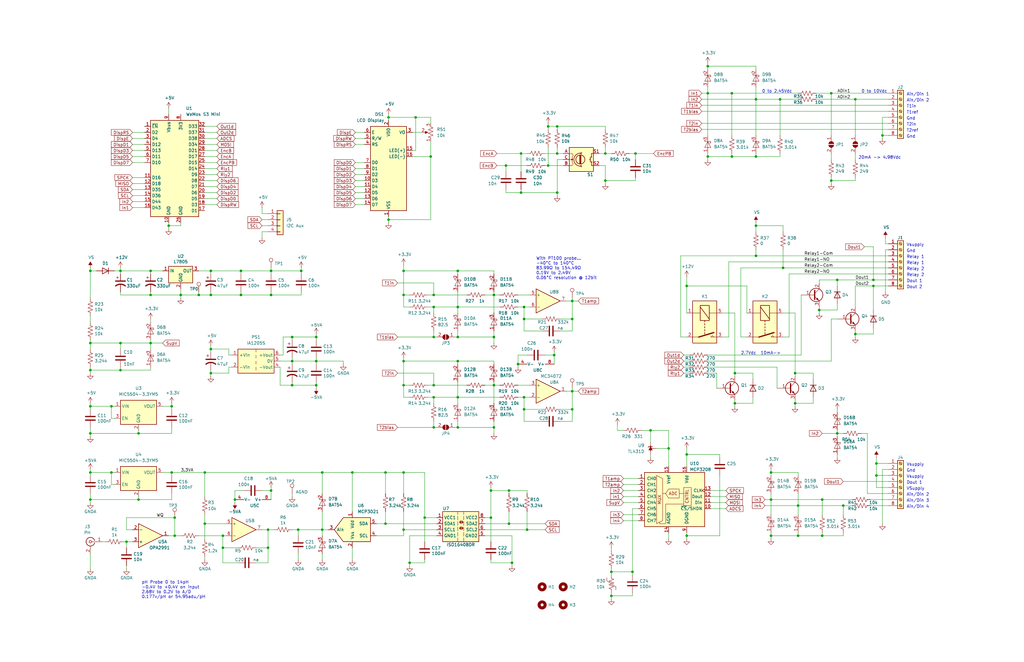
<source format=kicad_sch>
(kicad_sch (version 20230121) (generator eeschema)
  (paper "B")
  (title_block (title "025-010 SymbCtrl") (date "2022-01-26") (rev "B") (company "Symbrosia") (comment 1 "A. Cooper"))
  (junction (at 38.1 114.3))
  (junction (at 193.04 142.24))
  (junction (at 76.2 124.46))
  (junction (at 193.04 167.64))
  (junction (at 170.18 124.46))
  (junction (at 182.88 142.24))
  (junction (at 38.1 199.39))
  (junction (at 214.63 207.01))
  (junction (at 318.77 107.95))
  (junction (at 58.42 210.82))
  (junction (at 193.04 114.3))
  (junction (at 231.14 53.34))
  (junction (at 73.66 226.06))
  (junction (at 318.77 66.04))
  (junction (at 123.19 162.56))
  (junction (at 133.35 142.24))
  (junction (at 257.81 251.46))
  (junction (at 38.1 182.88))
  (junction (at 170.18 114.3))
  (junction (at 181.61 66.04))
  (junction (at 241.3 172.72))
  (junction (at 308.61 66.04))
  (junction (at 336.55 213.36))
  (junction (at 328.93 41.91))
  (junction (at 266.7 241.3))
  (junction (at 148.59 199.39))
  (junction (at 63.5 124.46))
  (junction (at 182.88 124.46))
  (junction (at 114.3 124.46))
  (junction (at 88.9 157.48))
  (junction (at 38.1 210.82))
  (junction (at 218.44 153.67))
  (junction (at 346.71 226.06))
  (junction (at 53.34 228.6))
  (junction (at 241.3 165.1))
  (junction (at 234.95 64.77))
  (junction (at 368.3 118.11))
  (junction (at 207.01 218.44))
  (junction (at 281.94 189.23))
  (junction (at 335.28 170.18))
  (junction (at 113.03 231.14))
  (junction (at 298.45 27.94))
  (junction (at 88.9 147.32))
  (junction (at 182.88 167.64))
  (junction (at 127 114.3))
  (junction (at 175.26 49.53))
  (junction (at 308.61 39.37))
  (junction (at 101.6 114.3))
  (junction (at 325.12 199.39))
  (junction (at 335.28 157.48))
  (junction (at 182.88 129.54))
  (junction (at 208.28 180.34))
  (junction (at 257.81 241.3))
  (junction (at 113.03 223.52))
  (junction (at 353.06 182.88))
  (junction (at 83.82 124.46))
  (junction (at 162.56 199.39))
  (junction (at 63.5 144.78))
  (junction (at 88.9 124.46))
  (junction (at 86.36 199.39))
  (junction (at 220.98 134.62))
  (junction (at 208.28 162.56))
  (junction (at 330.2 113.03))
  (junction (at 345.44 130.81))
  (junction (at 220.98 172.72))
  (junction (at 93.98 231.14))
  (junction (at 353.06 118.11))
  (junction (at 38.1 144.78))
  (junction (at 46.99 199.39))
  (junction (at 135.89 223.52))
  (junction (at 219.71 81.28))
  (junction (at 309.88 157.48))
  (junction (at 72.39 171.45))
  (junction (at 88.9 114.3))
  (junction (at 179.07 218.44))
  (junction (at 63.5 114.3))
  (junction (at 372.11 57.15))
  (junction (at 289.56 120.65))
  (junction (at 193.04 129.54))
  (junction (at 123.19 152.4))
  (junction (at 162.56 220.98))
  (junction (at 274.32 181.61))
  (junction (at 336.55 226.06))
  (junction (at 360.68 41.91))
  (junction (at 86.36 220.98))
  (junction (at 215.9 237.49))
  (junction (at 114.3 207.01))
  (junction (at 133.35 152.4))
  (junction (at 101.6 124.46))
  (junction (at 207.01 207.01))
  (junction (at 219.71 64.77))
  (junction (at 369.57 195.58))
  (junction (at 123.19 142.24))
  (junction (at 208.28 142.24))
  (junction (at 99.06 210.82))
  (junction (at 309.88 170.18))
  (junction (at 170.18 162.56))
  (junction (at 355.6 213.36))
  (junction (at 368.3 120.65))
  (junction (at 182.88 180.34))
  (junction (at 193.04 180.34))
  (junction (at 233.68 149.86))
  (junction (at 213.36 69.85))
  (junction (at 231.14 69.85))
  (junction (at 50.8 114.3))
  (junction (at 255.27 64.77))
  (junction (at 172.72 237.49))
  (junction (at 125.73 223.52))
  (junction (at 267.97 64.77))
  (junction (at 214.63 220.98))
  (junction (at 350.52 76.2))
  (junction (at 298.45 66.04))
  (junction (at 318.77 95.25))
  (junction (at 170.18 152.4))
  (junction (at 325.12 226.06))
  (junction (at 135.89 199.39))
  (junction (at 193.04 152.4))
  (junction (at 50.8 156.21))
  (junction (at 170.18 199.39))
  (junction (at 325.12 210.82))
  (junction (at 360.68 140.97))
  (junction (at 346.71 210.82))
  (junction (at 50.8 144.78))
  (junction (at 220.98 129.54))
  (junction (at 298.45 39.37))
  (junction (at 163.83 92.71))
  (junction (at 255.27 76.2))
  (junction (at 208.28 124.46))
  (junction (at 318.77 41.91))
  (junction (at 289.56 226.06))
  (junction (at 38.1 156.21))
  (junction (at 170.18 223.52))
  (junction (at 163.83 49.53))
  (junction (at 93.98 226.06))
  (junction (at 72.39 199.39))
  (junction (at 133.35 162.56))
  (junction (at 46.99 171.45))
  (junction (at 71.12 95.25))
  (junction (at 58.42 182.88))
  (junction (at 241.3 127))
  (junction (at 241.3 134.62))
  (junction (at 220.98 167.64))
  (junction (at 350.52 39.37))
  (junction (at 234.95 53.34))
  (junction (at 73.66 218.44))
  (junction (at 182.88 162.56))
  (junction (at 289.56 191.77))
  (junction (at 222.25 223.52))
  (junction (at 234.95 81.28))
  (junction (at 369.57 200.66))
  (junction (at 114.3 114.3))
  (junction (at 38.1 171.45))
  (wire (pts (xy 208.28 139.7) (xy 208.28 142.24)))
  (wire (pts (xy 73.66 218.44) (xy 73.66 226.06)))
  (wire (pts (xy 318.77 41.91) (xy 328.93 41.91)))
  (wire (pts (xy 149.86 71.12) (xy 153.67 71.12)))
  (wire (pts (xy 288.29 154.94) (xy 290.83 154.94)))
  (wire (pts (xy 330.2 132.08) (xy 335.28 132.08)))
  (wire (pts (xy 50.8 123.19) (xy 50.8 124.46)))
  (wire (pts (xy 262.89 201.93) (xy 269.24 201.93)))
  (wire (pts (xy 193.04 167.64) (xy 193.04 170.18)))
  (wire (pts (xy 72.39 171.45) (xy 72.39 172.72)))
  (wire (pts (xy 213.36 69.85) (xy 209.55 69.85)))
  (wire (pts (xy 38.1 233.68) (xy 38.1 240.03)))
  (wire (pts (xy 214.63 207.01) (xy 207.01 207.01)))
  (wire (pts (xy 72.39 210.82) (xy 72.39 208.28)))
  (wire (pts (xy 163.83 92.71) (xy 163.83 93.98)))
  (wire (pts (xy 38.1 208.28) (xy 38.1 210.82)))
  (wire (pts (xy 88.9 114.3) (xy 101.6 114.3)))
  (wire (pts (xy 234.95 53.34) (xy 255.27 53.34)))
  (wire (pts (xy 179.07 218.44) (xy 184.15 218.44)))
  (wire (pts (xy 373.38 123.19) (xy 373.38 105.41)))
  (wire (pts (xy 374.65 115.57) (xy 332.74 115.57)))
  (wire (pts (xy 218.44 129.54) (xy 220.98 129.54)))
  (wire (pts (xy 365.76 208.28) (xy 374.65 208.28)))
  (wire (pts (xy 58.42 182.88) (xy 72.39 182.88)))
  (wire (pts (xy 55.88 223.52) (xy 53.34 223.52)))
  (wire (pts (xy 236.22 134.62) (xy 241.3 134.62)))
  (wire (pts (xy 318.77 95.25) (xy 318.77 97.79)))
  (wire (pts (xy 38.1 182.88) (xy 38.1 184.15)))
  (wire (pts (xy 325.12 210.82) (xy 325.12 217.17)))
  (wire (pts (xy 360.68 41.91) (xy 374.65 41.91)))
  (wire (pts (xy 170.18 162.56) (xy 170.18 167.64)))
  (wire (pts (xy 295.91 41.91) (xy 318.77 41.91)))
  (wire (pts (xy 298.45 66.04) (xy 308.61 66.04)))
  (wire (pts (xy 172.72 124.46) (xy 170.18 124.46)))
  (wire (pts (xy 298.45 26.67) (xy 298.45 27.94)))
  (wire (pts (xy 368.3 118.11) (xy 374.65 118.11)))
  (wire (pts (xy 53.34 228.6) (xy 55.88 228.6)))
  (wire (pts (xy 208.28 124.46) (xy 208.28 132.08)))
  (wire (pts (xy 127 124.46) (xy 127 123.19)))
  (wire (pts (xy 325.12 199.39) (xy 325.12 200.66)))
  (wire (pts (xy 63.5 143.51) (xy 63.5 144.78)))
  (wire (pts (xy 86.36 234.95) (xy 86.36 236.22)))
  (wire (pts (xy 193.04 129.54) (xy 210.82 129.54)))
  (wire (pts (xy 241.3 127) (xy 238.76 127)))
  (wire (pts (xy 133.35 162.56) (xy 133.35 161.29)))
  (wire (pts (xy 55.88 63.5) (xy 60.96 63.5)))
  (wire (pts (xy 374.65 120.65) (xy 368.3 120.65)))
  (wire (pts (xy 158.75 220.98) (xy 162.56 220.98)))
  (wire (pts (xy 63.5 115.57) (xy 63.5 114.3)))
  (wire (pts (xy 336.55 226.06) (xy 336.55 224.79)))
  (wire (pts (xy 309.88 170.18) (xy 309.88 171.45)))
  (wire (pts (xy 180.34 162.56) (xy 182.88 162.56)))
  (wire (pts (xy 53.34 218.44) (xy 73.66 218.44)))
  (wire (pts (xy 118.11 152.4) (xy 123.19 152.4)))
  (wire (pts (xy 374.65 200.66) (xy 369.57 200.66)))
  (wire (pts (xy 179.07 218.44) (xy 179.07 228.6)))
  (wire (pts (xy 342.9 167.64) (xy 342.9 170.18)))
  (wire (pts (xy 360.68 120.65) (xy 360.68 129.54)))
  (wire (pts (xy 123.19 152.4) (xy 123.19 153.67)))
  (wire (pts (xy 63.5 124.46) (xy 76.2 124.46)))
  (wire (pts (xy 335.28 157.48) (xy 335.28 158.75)))
  (wire (pts (xy 214.63 207.01) (xy 214.63 208.28)))
  (wire (pts (xy 180.34 167.64) (xy 182.88 167.64)))
  (wire (pts (xy 332.74 115.57) (xy 332.74 142.24)))
  (wire (pts (xy 367.03 213.36) (xy 374.65 213.36)))
  (wire (pts (xy 304.8 142.24) (xy 307.34 142.24)))
  (wire (pts (xy 207.01 218.44) (xy 207.01 228.6)))
  (wire (pts (xy 304.8 132.08) (xy 309.88 132.08)))
  (wire (pts (xy 63.5 123.19) (xy 63.5 124.46)))
  (wire (pts (xy 367.03 210.82) (xy 374.65 210.82)))
  (wire (pts (xy 276.86 189.23) (xy 281.94 189.23)))
  (wire (pts (xy 298.45 64.77) (xy 298.45 66.04)))
  (wire (pts (xy 86.36 76.2) (xy 91.44 76.2)))
  (wire (pts (xy 368.3 138.43) (xy 368.3 140.97)))
  (wire (pts (xy 38.1 156.21) (xy 38.1 157.48)))
  (wire (pts (xy 50.8 114.3) (xy 63.5 114.3)))
  (wire (pts (xy 207.01 205.74) (xy 207.01 207.01)))
  (wire (pts (xy 50.8 156.21) (xy 50.8 154.94)))
  (wire (pts (xy 255.27 62.23) (xy 255.27 64.77)))
  (wire (pts (xy 344.17 41.91) (xy 360.68 41.91)))
  (wire (pts (xy 228.6 139.7) (xy 220.98 139.7)))
  (wire (pts (xy 182.88 142.24) (xy 167.64 142.24)))
  (wire (pts (xy 38.1 147.32) (xy 38.1 144.78)))
  (wire (pts (xy 325.12 226.06) (xy 325.12 227.33)))
  (wire (pts (xy 208.28 142.24) (xy 208.28 144.78)))
  (wire (pts (xy 241.3 134.62) (xy 241.3 127)))
  (wire (pts (xy 231.14 53.34) (xy 234.95 53.34)))
  (wire (pts (xy 125.73 233.68) (xy 125.73 236.22)))
  (wire (pts (xy 149.86 81.28) (xy 153.67 81.28)))
  (wire (pts (xy 163.83 49.53) (xy 163.83 50.8)))
  (wire (pts (xy 288.29 157.48) (xy 290.83 157.48)))
  (wire (pts (xy 162.56 220.98) (xy 184.15 220.98)))
  (wire (pts (xy 58.42 210.82) (xy 72.39 210.82)))
  (wire (pts (xy 93.98 231.14) (xy 93.98 226.06)))
  (wire (pts (xy 55.88 68.58) (xy 60.96 68.58)))
  (wire (pts (xy 38.1 171.45) (xy 38.1 172.72)))
  (wire (pts (xy 369.57 205.74) (xy 369.57 200.66)))
  (wire (pts (xy 72.39 199.39) (xy 72.39 200.66)))
  (wire (pts (xy 88.9 157.48) (xy 88.9 158.75)))
  (wire (pts (xy 170.18 199.39) (xy 170.18 208.28)))
  (wire (pts (xy 231.14 53.34) (xy 231.14 54.61)))
  (wire (pts (xy 86.36 217.17) (xy 86.36 220.98)))
  (wire (pts (xy 135.89 199.39) (xy 135.89 208.28)))
  (wire (pts (xy 322.58 210.82) (xy 325.12 210.82)))
  (wire (pts (xy 113.03 223.52) (xy 115.57 223.52)))
  (wire (pts (xy 208.28 180.34) (xy 208.28 182.88)))
  (wire (pts (xy 234.95 64.77) (xy 237.49 64.77)))
  (wire (pts (xy 353.06 118.11) (xy 345.44 118.11)))
  (wire (pts (xy 222.25 207.01) (xy 214.63 207.01)))
  (wire (pts (xy 191.77 142.24) (xy 193.04 142.24)))
  (wire (pts (xy 350.52 39.37) (xy 374.65 39.37)))
  (wire (pts (xy 318.77 66.04) (xy 328.93 66.04)))
  (wire (pts (xy 298.45 152.4) (xy 350.52 152.4)))
  (wire (pts (xy 153.67 55.88) (xy 149.86 55.88)))
  (wire (pts (xy 220.98 134.62) (xy 228.6 134.62)))
  (wire (pts (xy 55.88 74.93) (xy 60.96 74.93)))
  (wire (pts (xy 346.71 182.88) (xy 353.06 182.88)))
  (wire (pts (xy 110.49 90.17) (xy 113.03 90.17)))
  (wire (pts (xy 46.99 199.39) (xy 48.26 199.39)))
  (wire (pts (xy 365.76 182.88) (xy 365.76 208.28)))
  (wire (pts (xy 233.68 149.86) (xy 229.87 149.86)))
  (wire (pts (xy 182.88 119.38) (xy 182.88 124.46)))
  (wire (pts (xy 299.72 212.09) (xy 306.07 212.09)))
  (wire (pts (xy 83.82 226.06) (xy 93.98 226.06)))
  (wire (pts (xy 123.19 152.4) (xy 133.35 152.4)))
  (wire (pts (xy 208.28 123.19) (xy 208.28 124.46)))
  (wire (pts (xy 182.88 162.56) (xy 196.85 162.56)))
  (wire (pts (xy 318.77 93.98) (xy 318.77 95.25)))
  (wire (pts (xy 96.52 157.48) (xy 88.9 157.48)))
  (wire (pts (xy 222.25 149.86) (xy 218.44 149.86)))
  (wire (pts (xy 170.18 111.76) (xy 170.18 114.3)))
  (wire (pts (xy 281.94 189.23) (xy 281.94 196.85)))
  (wire (pts (xy 123.19 142.24) (xy 123.19 143.51)))
  (wire (pts (xy 72.39 182.88) (xy 72.39 180.34)))
  (wire (pts (xy 345.44 118.11) (xy 345.44 119.38)))
  (wire (pts (xy 114.3 210.82) (xy 114.3 207.01)))
  (wire (pts (xy 113.03 223.52) (xy 110.49 223.52)))
  (wire (pts (xy 170.18 162.56) (xy 170.18 152.4)))
  (wire (pts (xy 207.01 237.49) (xy 215.9 237.49)))
  (wire (pts (xy 88.9 146.05) (xy 88.9 147.32)))
  (wire (pts (xy 208.28 162.56) (xy 208.28 170.18)))
  (wire (pts (xy 325.12 210.82) (xy 346.71 210.82)))
  (wire (pts (xy 179.07 199.39) (xy 179.07 218.44)))
  (wire (pts (xy 220.98 167.64) (xy 223.52 167.64)))
  (wire (pts (xy 295.91 54.61) (xy 374.65 54.61)))
  (wire (pts (xy 113.03 237.49) (xy 107.95 237.49)))
  (wire (pts (xy 314.96 142.24) (xy 312.42 142.24)))
  (wire (pts (xy 345.44 129.54) (xy 345.44 130.81)))
  (wire (pts (xy 350.52 134.62) (xy 353.06 134.62)))
  (wire (pts (xy 93.98 231.14) (xy 93.98 237.49)))
  (wire (pts (xy 173.99 66.04) (xy 181.61 66.04)))
  (wire (pts (xy 53.34 223.52) (xy 53.34 218.44)))
  (wire (pts (xy 170.18 223.52) (xy 184.15 223.52)))
  (wire (pts (xy 123.19 208.28) (xy 123.19 209.55)))
  (wire (pts (xy 102.87 207.01) (xy 99.06 207.01)))
  (wire (pts (xy 308.61 66.04) (xy 308.61 64.77)))
  (wire (pts (xy 88.9 147.32) (xy 88.9 148.59)))
  (wire (pts (xy 360.68 74.93) (xy 360.68 76.2)))
  (wire (pts (xy 173.99 55.88) (xy 177.8 55.88)))
  (wire (pts (xy 257.81 250.19) (xy 257.81 251.46)))
  (wire (pts (xy 55.88 85.09) (xy 60.96 85.09)))
  (wire (pts (xy 215.9 226.06) (xy 215.9 237.49)))
  (wire (pts (xy 346.71 226.06) (xy 355.6 226.06)))
  (wire (pts (xy 68.58 199.39) (xy 72.39 199.39)))
  (wire (pts (xy 63.5 156.21) (xy 63.5 154.94)))
  (wire (pts (xy 114.3 124.46) (xy 114.3 123.19)))
  (wire (pts (xy 288.29 152.4) (xy 290.83 152.4)))
  (wire (pts (xy 368.3 104.14) (xy 368.3 118.11)))
  (wire (pts (xy 215.9 237.49) (xy 215.9 238.76)))
  (wire (pts (xy 267.97 64.77) (xy 275.59 64.77)))
  (wire (pts (xy 170.18 114.3) (xy 193.04 114.3)))
  (wire (pts (xy 257.81 251.46) (xy 266.7 251.46)))
  (wire (pts (xy 318.77 29.21) (xy 318.77 27.94)))
  (wire (pts (xy 220.98 134.62) (xy 220.98 129.54)))
  (wire (pts (xy 287.02 107.95) (xy 287.02 142.24)))
  (wire (pts (xy 318.77 95.25) (xy 330.2 95.25)))
  (wire (pts (xy 353.06 172.72) (xy 353.06 173.99)))
  (wire (pts (xy 193.04 139.7) (xy 193.04 142.24)))
  (wire (pts (xy 208.28 114.3) (xy 208.28 115.57)))
  (wire (pts (xy 229.87 69.85) (xy 231.14 69.85)))
  (wire (pts (xy 97.79 149.86) (xy 96.52 149.86)))
  (wire (pts (xy 241.3 163.83) (xy 241.3 165.1)))
  (wire (pts (xy 172.72 238.76) (xy 172.72 237.49)))
  (wire (pts (xy 218.44 149.86) (xy 218.44 153.67)))
  (wire (pts (xy 170.18 152.4) (xy 170.18 151.13)))
  (wire (pts (xy 318.77 41.91) (xy 318.77 57.15)))
  (wire (pts (xy 309.88 157.48) (xy 309.88 158.75)))
  (wire (pts (xy 308.61 39.37) (xy 298.45 39.37)))
  (wire (pts (xy 328.93 41.91) (xy 336.55 41.91)))
  (wire (pts (xy 167.64 157.48) (xy 182.88 157.48)))
  (wire (pts (xy 353.06 118.11) (xy 368.3 118.11)))
  (wire (pts (xy 83.82 114.3) (xy 88.9 114.3)))
  (wire (pts (xy 218.44 153.67) (xy 218.44 154.94)))
  (wire (pts (xy 181.61 49.53) (xy 181.61 52.07)))
  (wire (pts (xy 55.88 60.96) (xy 60.96 60.96)))
  (wire (pts (xy 193.04 167.64) (xy 210.82 167.64)))
  (wire (pts (xy 325.12 208.28) (xy 325.12 210.82)))
  (wire (pts (xy 182.88 132.08) (xy 182.88 129.54)))
  (wire (pts (xy 55.88 77.47) (xy 60.96 77.47)))
  (wire (pts (xy 149.86 78.74) (xy 153.67 78.74)))
  (wire (pts (xy 40.64 114.3) (xy 38.1 114.3)))
  (wire (pts (xy 353.06 182.88) (xy 355.6 182.88)))
  (wire (pts (xy 295.91 52.07) (xy 374.65 52.07)))
  (wire (pts (xy 330.2 142.24) (xy 332.74 142.24)))
  (wire (pts (xy 322.58 213.36) (xy 336.55 213.36)))
  (wire (pts (xy 46.99 199.39) (xy 46.99 204.47)))
  (wire (pts (xy 353.06 130.81) (xy 345.44 130.81)))
  (wire (pts (xy 298.45 36.83) (xy 298.45 39.37)))
  (wire (pts (xy 179.07 199.39) (xy 170.18 199.39)))
  (wire (pts (xy 360.68 76.2) (xy 350.52 76.2)))
  (wire (pts (xy 342.9 170.18) (xy 335.28 170.18)))
  (wire (pts (xy 308.61 39.37) (xy 308.61 57.15)))
  (wire (pts (xy 86.36 66.04) (xy 91.44 66.04)))
  (wire (pts (xy 193.04 177.8) (xy 193.04 180.34)))
  (wire (pts (xy 101.6 114.3) (xy 101.6 115.57)))
  (wire (pts (xy 110.49 100.33) (xy 110.49 97.79)))
  (wire (pts (xy 262.89 217.17) (xy 269.24 217.17)))
  (wire (pts (xy 162.56 199.39) (xy 162.56 208.28)))
  (wire (pts (xy 289.56 191.77) (xy 303.53 191.77)))
  (wire (pts (xy 289.56 226.06) (xy 303.53 226.06)))
  (wire (pts (xy 236.22 172.72) (xy 241.3 172.72)))
  (wire (pts (xy 228.6 177.8) (xy 220.98 177.8)))
  (wire (pts (xy 262.89 219.71) (xy 269.24 219.71)))
  (wire (pts (xy 222.25 64.77) (xy 219.71 64.77)))
  (wire (pts (xy 114.3 124.46) (xy 127 124.46)))
  (wire (pts (xy 208.28 124.46) (xy 210.82 124.46)))
  (wire (pts (xy 355.6 203.2) (xy 374.65 203.2)))
  (wire (pts (xy 234.95 62.23) (xy 234.95 64.77)))
  (wire (pts (xy 220.98 172.72) (xy 220.98 167.64)))
  (wire (pts (xy 372.11 198.12) (xy 374.65 198.12)))
  (wire (pts (xy 83.82 124.46) (xy 88.9 124.46)))
  (wire (pts (xy 241.3 165.1) (xy 243.84 165.1)))
  (wire (pts (xy 167.64 119.38) (xy 182.88 119.38)))
  (wire (pts (xy 233.68 149.86) (xy 233.68 148.59)))
  (wire (pts (xy 266.7 250.19) (xy 266.7 251.46)))
  (wire (pts (xy 303.53 200.66) (xy 303.53 226.06)))
  (wire (pts (xy 179.07 236.22) (xy 179.07 237.49)))
  (wire (pts (xy 182.88 124.46) (xy 180.34 124.46)))
  (wire (pts (xy 50.8 124.46) (xy 63.5 124.46)))
  (wire (pts (xy 298.45 66.04) (xy 298.45 67.31)))
  (wire (pts (xy 360.68 41.91) (xy 360.68 57.15)))
  (wire (pts (xy 231.14 62.23) (xy 231.14 69.85)))
  (wire (pts (xy 220.98 177.8) (xy 220.98 172.72)))
  (wire (pts (xy 219.71 64.77) (xy 219.71 72.39)))
  (wire (pts (xy 274.32 181.61) (xy 281.94 181.61)))
  (wire (pts (xy 76.2 124.46) (xy 83.82 124.46)))
  (wire (pts (xy 325.12 226.06) (xy 336.55 226.06)))
  (wire (pts (xy 114.3 114.3) (xy 127 114.3)))
  (wire (pts (xy 289.56 224.79) (xy 289.56 226.06)))
  (wire (pts (xy 369.57 200.66) (xy 369.57 195.58)))
  (wire (pts (xy 193.04 114.3) (xy 208.28 114.3)))
  (wire (pts (xy 344.17 39.37) (xy 350.52 39.37)))
  (wire (pts (xy 257.81 241.3) (xy 257.81 240.03)))
  (wire (pts (xy 182.88 157.48) (xy 182.88 162.56)))
  (wire (pts (xy 125.73 223.52) (xy 123.19 223.52)))
  (wire (pts (xy 374.65 102.87) (xy 373.38 102.87)))
  (wire (pts (xy 317.5 157.48) (xy 309.88 157.48)))
  (wire (pts (xy 55.88 82.55) (xy 60.96 82.55)))
  (wire (pts (xy 72.39 170.18) (xy 72.39 171.45)))
  (wire (pts (xy 274.32 181.61) (xy 274.32 186.69)))
  (wire (pts (xy 270.51 181.61) (xy 274.32 181.61)))
  (wire (pts (xy 55.88 58.42) (xy 60.96 58.42)))
  (wire (pts (xy 48.26 114.3) (xy 50.8 114.3)))
  (wire (pts (xy 58.42 209.55) (xy 58.42 210.82)))
  (wire (pts (xy 299.72 209.55) (xy 306.07 209.55)))
  (wire (pts (xy 214.63 220.98) (xy 229.87 220.98)))
  (wire (pts (xy 289.56 120.65) (xy 289.56 132.08)))
  (wire (pts (xy 99.06 210.82) (xy 99.06 212.09)))
  (wire (pts (xy 99.06 207.01) (xy 99.06 210.82)))
  (wire (pts (xy 193.04 115.57) (xy 193.04 114.3)))
  (wire (pts (xy 88.9 124.46) (xy 88.9 123.19)))
  (wire (pts (xy 207.01 236.22) (xy 207.01 237.49)))
  (wire (pts (xy 330.2 97.79) (xy 330.2 95.25)))
  (wire (pts (xy 182.88 124.46) (xy 196.85 124.46)))
  (wire (pts (xy 73.66 226.06) (xy 76.2 226.06)))
  (wire (pts (xy 288.29 149.86) (xy 290.83 149.86)))
  (wire (pts (xy 353.06 191.77) (xy 353.06 193.04)))
  (wire (pts (xy 114.3 114.3) (xy 114.3 115.57)))
  (wire (pts (xy 133.35 142.24) (xy 133.35 140.97)))
  (wire (pts (xy 193.04 129.54) (xy 193.04 132.08)))
  (wire (pts (xy 93.98 237.49) (xy 100.33 237.49)))
  (wire (pts (xy 219.71 81.28) (xy 234.95 81.28)))
  (wire (pts (xy 350.52 74.93) (xy 350.52 76.2)))
  (wire (pts (xy 86.36 53.34) (xy 91.44 53.34)))
  (wire (pts (xy 175.26 49.53) (xy 175.26 63.5)))
  (wire (pts (xy 346.71 210.82) (xy 359.41 210.82)))
  (wire (pts (xy 88.9 124.46) (xy 101.6 124.46)))
  (wire (pts (xy 170.18 114.3) (xy 170.18 124.46)))
  (wire (pts (xy 170.18 199.39) (xy 162.56 199.39)))
  (wire (pts (xy 262.89 212.09) (xy 269.24 212.09)))
  (wire (pts (xy 38.1 156.21) (xy 50.8 156.21)))
  (wire (pts (xy 38.1 154.94) (xy 38.1 156.21)))
  (wire (pts (xy 325.12 224.79) (xy 325.12 226.06)))
  (wire (pts (xy 58.42 181.61) (xy 58.42 182.88)))
  (wire (pts (xy 50.8 114.3) (xy 50.8 113.03)))
  (wire (pts (xy 101.6 114.3) (xy 114.3 114.3)))
  (wire (pts (xy 266.7 242.57) (xy 266.7 241.3)))
  (wire (pts (xy 350.52 76.2) (xy 350.52 77.47)))
  (wire (pts (xy 119.38 149.86) (xy 119.38 142.24)))
  (wire (pts (xy 170.18 223.52) (xy 170.18 226.06)))
  (wire (pts (xy 372.11 57.15) (xy 372.11 49.53)))
  (wire (pts (xy 314.96 120.65) (xy 289.56 120.65)))
  (wire (pts (xy 38.1 210.82) (xy 58.42 210.82)))
  (wire (pts (xy 182.88 167.64) (xy 193.04 167.64)))
  (wire (pts (xy 113.03 231.14) (xy 113.03 237.49)))
  (wire (pts (xy 204.47 226.06) (xy 215.9 226.06)))
  (wire (pts (xy 43.18 228.6) (xy 44.45 228.6)))
  (wire (pts (xy 135.89 215.9) (xy 135.89 223.52)))
  (wire (pts (xy 71.12 95.25) (xy 76.2 95.25)))
  (wire (pts (xy 38.1 180.34) (xy 38.1 182.88)))
  (wire (pts (xy 364.49 104.14) (xy 368.3 104.14)))
  (wire (pts (xy 86.36 86.36) (xy 91.44 86.36)))
  (wire (pts (xy 55.88 55.88) (xy 60.96 55.88)))
  (wire (pts (xy 149.86 60.96) (xy 153.67 60.96)))
  (wire (pts (xy 72.39 199.39) (xy 86.36 199.39)))
  (wire (pts (xy 234.95 81.28) (xy 234.95 82.55)))
  (wire (pts (xy 114.3 113.03) (xy 114.3 114.3)))
  (wire (pts (xy 193.04 152.4) (xy 208.28 152.4)))
  (wire (pts (xy 218.44 162.56) (xy 223.52 162.56)))
  (wire (pts (xy 38.1 114.3) (xy 38.1 125.73)))
  (wire (pts (xy 125.73 223.52) (xy 135.89 223.52)))
  (wire (pts (xy 325.12 198.12) (xy 325.12 199.39)))
  (wire (pts (xy 262.89 207.01) (xy 269.24 207.01)))
  (wire (pts (xy 208.28 161.29) (xy 208.28 162.56)))
  (wire (pts (xy 219.71 80.01) (xy 219.71 81.28)))
  (wire (pts (xy 148.59 231.14) (xy 148.59 236.22)))
  (wire (pts (xy 298.45 154.94) (xy 327.66 154.94)))
  (wire (pts (xy 63.5 144.78) (xy 68.58 144.78)))
  (wire (pts (xy 374.65 57.15) (xy 372.11 57.15)))
  (wire (pts (xy 298.45 39.37) (xy 298.45 57.15)))
  (wire (pts (xy 234.95 53.34) (xy 234.95 54.61)))
  (wire (pts (xy 182.88 129.54) (xy 193.04 129.54)))
  (wire (pts (xy 193.04 142.24) (xy 208.28 142.24)))
  (wire (pts (xy 236.22 139.7) (xy 241.3 139.7)))
  (wire (pts (xy 342.9 157.48) (xy 335.28 157.48)))
  (wire (pts (xy 241.3 172.72) (xy 241.3 165.1)))
  (wire (pts (xy 38.1 144.78) (xy 38.1 143.51)))
  (wire (pts (xy 314.96 120.65) (xy 314.96 132.08)))
  (wire (pts (xy 295.91 46.99) (xy 374.65 46.99)))
  (wire (pts (xy 350.52 64.77) (xy 350.52 67.31)))
  (wire (pts (xy 213.36 81.28) (xy 219.71 81.28)))
  (wire (pts (xy 38.1 210.82) (xy 38.1 212.09)))
  (wire (pts (xy 252.73 64.77) (xy 255.27 64.77)))
  (wire (pts (xy 204.47 218.44) (xy 207.01 218.44)))
  (wire (pts (xy 298.45 39.37) (xy 295.91 39.37)))
  (wire (pts (xy 86.36 73.66) (xy 91.44 73.66)))
  (wire (pts (xy 317.5 160.02) (xy 317.5 157.48)))
  (wire (pts (xy 233.68 153.67) (xy 233.68 149.86)))
  (wire (pts (xy 110.49 97.79) (xy 113.03 97.79)))
  (wire (pts (xy 257.81 251.46) (xy 257.81 252.73)))
  (wire (pts (xy 144.78 152.4) (xy 144.78 153.67)))
  (wire (pts (xy 303.53 193.04) (xy 303.53 191.77)))
  (wire (pts (xy 307.34 110.49) (xy 307.34 142.24)))
  (wire (pts (xy 373.38 105.41) (xy 374.65 105.41)))
  (wire (pts (xy 182.88 142.24) (xy 184.15 142.24)))
  (wire (pts (xy 218.44 124.46) (xy 223.52 124.46)))
  (wire (pts (xy 289.56 116.84) (xy 289.56 120.65)))
  (wire (pts (xy 133.35 152.4) (xy 133.35 153.67)))
  (wire (pts (xy 172.72 237.49) (xy 179.07 237.49)))
  (wire (pts (xy 163.83 48.26) (xy 163.83 49.53)))
  (wire (pts (xy 71.12 45.72) (xy 71.12 48.26)))
  (wire (pts (xy 100.33 231.14) (xy 93.98 231.14)))
  (wire (pts (xy 38.1 144.78) (xy 50.8 144.78)))
  (wire (pts (xy 241.3 177.8) (xy 241.3 172.72)))
  (wire (pts (xy 372.11 58.42) (xy 372.11 57.15)))
  (wire (pts (xy 287.02 142.24) (xy 289.56 142.24)))
  (wire (pts (xy 163.83 92.71) (xy 181.61 92.71)))
  (wire (pts (xy 88.9 147.32) (xy 96.52 147.32)))
  (wire (pts (xy 88.9 114.3) (xy 88.9 115.57)))
  (wire (pts (xy 309.88 168.91) (xy 309.88 170.18)))
  (wire (pts (xy 360.68 64.77) (xy 360.68 67.31)))
  (wire (pts (xy 281.94 224.79) (xy 281.94 227.33)))
  (wire (pts (xy 63.5 134.62) (xy 63.5 135.89)))
  (wire (pts (xy 180.34 129.54) (xy 182.88 129.54)))
  (wire (pts (xy 125.73 223.52) (xy 125.73 226.06)))
  (wire (pts (xy 346.71 210.82) (xy 346.71 217.17)))
  (wire (pts (xy 149.86 68.58) (xy 153.67 68.58)))
  (wire (pts (xy 163.83 91.44) (xy 163.83 92.71)))
  (wire (pts (xy 38.1 170.18) (xy 38.1 171.45)))
  (wire (pts (xy 86.36 199.39) (xy 135.89 199.39)))
  (wire (pts (xy 86.36 220.98) (xy 86.36 227.33)))
  (wire (pts (xy 123.19 151.13) (xy 123.19 152.4)))
  (wire (pts (xy 237.49 67.31) (xy 234.95 67.31)))
  (wire (pts (xy 318.77 36.83) (xy 318.77 41.91)))
  (wire (pts (xy 255.27 64.77) (xy 257.81 64.77)))
  (wire (pts (xy 222.25 69.85) (xy 213.36 69.85)))
  (wire (pts (xy 204.47 162.56) (xy 208.28 162.56)))
  (wire (pts (xy 71.12 95.25) (xy 71.12 96.52)))
  (wire (pts (xy 191.77 180.34) (xy 193.04 180.34)))
  (wire (pts (xy 193.04 161.29) (xy 193.04 167.64)))
  (wire (pts (xy 298.45 27.94) (xy 318.77 27.94)))
  (wire (pts (xy 369.57 195.58) (xy 374.65 195.58)))
  (wire (pts (xy 135.89 223.52) (xy 135.89 226.06)))
  (wire (pts (xy 374.65 205.74) (xy 369.57 205.74)))
  (wire (pts (xy 260.35 179.07) (xy 260.35 181.61)))
  (wire (pts (xy 219.71 64.77) (xy 209.55 64.77)))
  (wire (pts (xy 353.06 182.88) (xy 353.06 184.15)))
  (wire (pts (xy 182.88 170.18) (xy 182.88 167.64)))
  (wire (pts (xy 359.41 213.36) (xy 355.6 213.36)))
  (wire (pts (xy 110.49 95.25) (xy 113.03 95.25)))
  (wire (pts (xy 267.97 74.93) (xy 267.97 76.2)))
  (wire (pts (xy 342.9 160.02) (xy 342.9 157.48)))
  (wire (pts (xy 135.89 199.39) (xy 148.59 199.39)))
  (wire (pts (xy 363.22 182.88) (xy 365.76 182.88)))
  (wire (pts (xy 336.55 208.28) (xy 336.55 213.36)))
  (wire (pts (xy 241.3 165.1) (xy 238.76 165.1)))
  (wire (pts (xy 86.36 71.12) (xy 91.44 71.12)))
  (wire (pts (xy 76.2 125.73) (xy 76.2 124.46)))
  (wire (pts (xy 207.01 207.01) (xy 207.01 218.44)))
  (wire (pts (xy 328.93 66.04) (xy 328.93 64.77)))
  (wire (pts (xy 107.95 231.14) (xy 113.03 231.14)))
  (wire (pts (xy 71.12 93.98) (xy 71.12 95.25)))
  (wire (pts (xy 50.8 156.21) (xy 63.5 156.21)))
  (wire (pts (xy 220.98 172.72) (xy 228.6 172.72)))
  (wire (pts (xy 208.28 153.67) (xy 208.28 152.4)))
  (wire (pts (xy 133.35 162.56) (xy 133.35 163.83)))
  (wire (pts (xy 135.89 233.68) (xy 135.89 236.22)))
  (wire (pts (xy 182.88 177.8) (xy 182.88 180.34)))
  (wire (pts (xy 241.3 127) (xy 243.84 127)))
  (wire (pts (xy 86.36 199.39) (xy 86.36 209.55)))
  (wire (pts (xy 86.36 58.42) (xy 91.44 58.42)))
  (wire (pts (xy 374.65 113.03) (xy 330.2 113.03)))
  (wire (pts (xy 214.63 220.98) (xy 214.63 215.9)))
  (wire (pts (xy 148.59 199.39) (xy 148.59 215.9)))
  (wire (pts (xy 53.34 240.03) (xy 53.34 238.76)))
  (wire (pts (xy 222.25 208.28) (xy 222.25 207.01)))
  (wire (pts (xy 46.99 171.45) (xy 46.99 176.53)))
  (wire (pts (xy 149.86 73.66) (xy 153.67 73.66)))
  (wire (pts (xy 38.1 199.39) (xy 46.99 199.39)))
  (wire (pts (xy 123.19 161.29) (xy 123.19 162.56)))
  (wire (pts (xy 118.11 162.56) (xy 123.19 162.56)))
  (wire (pts (xy 55.88 87.63) (xy 60.96 87.63)))
  (wire (pts (xy 63.5 144.78) (xy 63.5 147.32)))
  (wire (pts (xy 335.28 170.18) (xy 335.28 171.45)))
  (wire (pts (xy 55.88 80.01) (xy 60.96 80.01)))
  (wire (pts (xy 170.18 215.9) (xy 170.18 223.52)))
  (wire (pts (xy 298.45 27.94) (xy 298.45 29.21)))
  (wire (pts (xy 309.88 132.08) (xy 309.88 157.48)))
  (wire (pts (xy 149.86 83.82) (xy 153.67 83.82)))
  (wire (pts (xy 330.2 113.03) (xy 312.42 113.03)))
  (wire (pts (xy 114.3 207.01) (xy 114.3 205.74)))
  (wire (pts (xy 118.11 154.94) (xy 118.11 162.56)))
  (wire (pts (xy 336.55 213.36) (xy 336.55 217.17)))
  (wire (pts (xy 325.12 199.39) (xy 336.55 199.39)))
  (wire (pts (xy 175.26 63.5) (xy 173.99 63.5)))
  (wire (pts (xy 170.18 124.46) (xy 170.18 129.54)))
  (wire (pts (xy 312.42 113.03) (xy 312.42 142.24)))
  (wire (pts (xy 353.06 128.27) (xy 353.06 130.81)))
  (wire (pts (xy 289.56 191.77) (xy 289.56 196.85)))
  (wire (pts (xy 88.9 156.21) (xy 88.9 157.48)))
  (wire (pts (xy 172.72 237.49) (xy 172.72 226.06)))
  (wire (pts (xy 53.34 228.6) (xy 53.34 231.14)))
  (wire (pts (xy 113.03 231.14) (xy 113.03 223.52)))
  (wire (pts (xy 368.3 120.65) (xy 368.3 130.81)))
  (wire (pts (xy 86.36 63.5) (xy 91.44 63.5)))
  (wire (pts (xy 93.98 226.06) (xy 95.25 226.06)))
  (wire (pts (xy 299.72 207.01) (xy 306.07 207.01)))
  (wire (pts (xy 163.83 49.53) (xy 175.26 49.53)))
  (wire (pts (xy 127 114.3) (xy 127 115.57)))
  (wire (pts (xy 86.36 68.58) (xy 91.44 68.58)))
  (wire (pts (xy 360.68 140.97) (xy 360.68 139.7)))
  (wire (pts (xy 149.86 86.36) (xy 153.67 86.36)))
  (wire (pts (xy 335.28 132.08) (xy 335.28 157.48)))
  (wire (pts (xy 208.28 162.56) (xy 210.82 162.56)))
  (wire (pts (xy 76.2 93.98) (xy 76.2 95.25)))
  (wire (pts (xy 50.8 115.57) (xy 50.8 114.3)))
  (wire (pts (xy 317.5 167.64) (xy 317.5 170.18)))
  (wire (pts (xy 96.52 154.94) (xy 96.52 157.48)))
  (wire (pts (xy 204.47 124.46) (xy 208.28 124.46)))
  (wire (pts (xy 368.3 120.65) (xy 360.68 120.65)))
  (wire (pts (xy 86.36 55.88) (xy 91.44 55.88)))
  (wire (pts (xy 353.06 120.65) (xy 353.06 118.11)))
  (wire (pts (xy 213.36 80.01) (xy 213.36 81.28)))
  (wire (pts (xy 355.6 213.36) (xy 336.55 213.36)))
  (wire (pts (xy 353.06 181.61) (xy 353.06 182.88)))
  (wire (pts (xy 317.5 170.18) (xy 309.88 170.18)))
  (wire (pts (xy 119.38 142.24) (xy 123.19 142.24)))
  (wire (pts (xy 149.86 58.42) (xy 153.67 58.42)))
  (wire (pts (xy 162.56 215.9) (xy 162.56 220.98)))
  (wire (pts (xy 257.81 242.57) (xy 257.81 241.3)))
  (wire (pts (xy 114.3 207.01) (xy 110.49 207.01)))
  (wire (pts (xy 127 114.3) (xy 127 113.03)))
  (wire (pts (xy 222.25 223.52) (xy 229.87 223.52)))
  (wire (pts (xy 48.26 176.53) (xy 46.99 176.53)))
  (wire (pts (xy 123.19 162.56) (xy 133.35 162.56)))
  (wire (pts (xy 38.1 171.45) (xy 46.99 171.45)))
  (wire (pts (xy 208.28 177.8) (xy 208.28 180.34)))
  (wire (pts (xy 96.52 154.94) (xy 97.79 154.94)))
  (wire (pts (xy 76.2 121.92) (xy 76.2 124.46)))
  (wire (pts (xy 234.95 81.28) (xy 234.95 67.31)))
  (wire (pts (xy 267.97 64.77) (xy 267.97 67.31)))
  (wire (pts (xy 262.89 204.47) (xy 269.24 204.47)))
  (wire (pts (xy 252.73 69.85) (xy 255.27 69.85)))
  (wire (pts (xy 368.3 140.97) (xy 360.68 140.97)))
  (wire (pts (xy 266.7 214.63) (xy 269.24 214.63)))
  (wire (pts (xy 46.99 171.45) (xy 48.26 171.45)))
  (wire (pts (xy 133.35 152.4) (xy 133.35 151.13)))
  (wire (pts (xy 38.1 133.35) (xy 38.1 135.89)))
  (wire (pts (xy 369.57 193.04) (xy 369.57 195.58)))
  (wire (pts (xy 158.75 226.06) (xy 170.18 226.06)))
  (wire (pts (xy 38.1 198.12) (xy 38.1 199.39)))
  (wire (pts (xy 241.3 125.73) (xy 241.3 127)))
  (wire (pts (xy 182.88 139.7) (xy 182.88 142.24)))
  (wire (pts (xy 220.98 129.54) (xy 223.52 129.54)))
  (wire (pts (xy 133.35 152.4) (xy 144.78 152.4)))
  (wire (pts (xy 213.36 69.85) (xy 213.36 72.39)))
  (wire (pts (xy 172.72 129.54) (xy 170.18 129.54)))
  (wire (pts (xy 50.8 144.78) (xy 63.5 144.78)))
  (wire (pts (xy 182.88 180.34) (xy 184.15 180.34)))
  (wire (pts (xy 350.52 152.4) (xy 350.52 134.62)))
  (wire (pts (xy 372.11 220.98) (xy 372.11 198.12)))
  (wire (pts (xy 86.36 83.82) (xy 91.44 83.82)))
  (wire (pts (xy 355.6 213.36) (xy 355.6 217.17)))
  (wire (pts (xy 255.27 53.34) (xy 255.27 54.61)))
  (wire (pts (xy 231.14 69.85) (xy 237.49 69.85)))
  (wire (pts (xy 172.72 162.56) (xy 170.18 162.56)))
  (wire (pts (xy 236.22 177.8) (xy 241.3 177.8)))
  (wire (pts (xy 307.34 110.49) (xy 374.65 110.49)))
  (wire (pts (xy 231.14 52.07) (xy 231.14 53.34)))
  (wire (pts (xy 308.61 66.04) (xy 318.77 66.04)))
  (wire (pts (xy 193.04 123.19) (xy 193.04 129.54)))
  (wire (pts (xy 374.65 107.95) (xy 318.77 107.95)))
  (wire (pts (xy 52.07 228.6) (xy 53.34 228.6)))
  (wire (pts (xy 229.87 64.77) (xy 234.95 64.77)))
  (wire (pts (xy 265.43 64.77) (xy 267.97 64.77)))
  (wire (pts (xy 55.88 66.04) (xy 60.96 66.04)))
  (wire (pts (xy 255.27 69.85) (xy 255.27 76.2)))
  (wire (pts (xy 255.27 76.2) (xy 255.27 77.47)))
  (wire (pts (xy 318.77 105.41) (xy 318.77 107.95)))
  (wire (pts (xy 373.38 102.87) (xy 373.38 100.33)))
  (wire (pts (xy 328.93 41.91) (xy 328.93 57.15)))
  (wire (pts (xy 38.1 114.3) (xy 38.1 113.03)))
  (wire (pts (xy 86.36 220.98) (xy 95.25 220.98)))
  (wire (pts (xy 346.71 226.06) (xy 336.55 226.06)))
  (wire (pts (xy 281.94 181.61) (xy 281.94 189.23)))
  (wire (pts (xy 193.04 152.4) (xy 193.04 153.67)))
  (wire (pts (xy 118.11 149.86) (xy 119.38 149.86)))
  (wire (pts (xy 101.6 124.46) (xy 114.3 124.46)))
  (wire (pts (xy 110.49 87.63) (xy 110.49 90.17)))
  (wire (pts (xy 346.71 226.06) (xy 346.71 224.79)))
  (wire (pts (xy 63.5 114.3) (xy 68.58 114.3)))
  (wire (pts (xy 262.89 209.55) (xy 269.24 209.55)))
  (wire (pts (xy 302.26 163.83) (xy 302.26 157.48)))
  (wire (pts (xy 218.44 167.64) (xy 220.98 167.64)))
  (wire (pts (xy 330.2 105.41) (xy 330.2 113.03)))
  (wire (pts (xy 337.82 149.86) (xy 337.82 124.46)))
  (wire (pts (xy 318.77 66.04) (xy 318.77 64.77)))
  (wire (pts (xy 204.47 220.98) (xy 214.63 220.98)))
  (wire (pts (xy 193.04 180.34) (xy 208.28 180.34)))
  (wire (pts (xy 86.36 81.28) (xy 91.44 81.28)))
  (wire (pts (xy 86.36 78.74) (xy 91.44 78.74)))
  (wire (pts (xy 172.72 167.64) (xy 170.18 167.64)))
  (wire (pts (xy 101.6 124.46) (xy 101.6 123.19)))
  (wire (pts (xy 162.56 199.39) (xy 148.59 199.39)))
  (wire (pts (xy 135.89 223.52) (xy 138.43 223.52)))
  (wire (pts (xy 175.26 49.53) (xy 181.61 49.53)))
  (wire (pts (xy 298.45 149.86) (xy 337.82 149.86)))
  (wire (pts (xy 345.44 130.81) (xy 345.44 132.08)))
  (wire (pts (xy 181.61 66.04) (xy 181.61 92.71)))
  (wire (pts (xy 50.8 144.78) (xy 50.8 147.32)))
  (wire (pts (xy 149.86 76.2) (xy 153.67 76.2)))
  (wire (pts (xy 83.82 123.19) (xy 83.82 124.46)))
  (wire (pts (xy 86.36 60.96) (xy 91.44 60.96)))
  (wire (pts (xy 260.35 181.61) (xy 262.89 181.61)))
  (wire (pts (xy 298.45 157.48) (xy 302.26 157.48)))
  (wire (pts (xy 274.32 191.77) (xy 274.32 193.04)))
  (wire (pts (xy 110.49 92.71) (xy 113.03 92.71)))
  (wire (pts (xy 336.55 200.66) (xy 336.55 199.39)))
  (wire (pts (xy 350.52 39.37) (xy 350.52 57.15)))
  (wire (pts (xy 220.98 139.7) (xy 220.98 134.62)))
  (wire (pts (xy 204.47 223.52) (xy 222.25 223.52)))
  (wire (pts (xy 170.18 152.4) (xy 193.04 152.4)))
  (wire (pts (xy 241.3 139.7) (xy 241.3 134.62)))
  (wire (pts (xy 318.77 107.95) (xy 287.02 107.95)))
  (wire (pts (xy 38.1 199.39) (xy 38.1 200.66)))
  (wire (pts (xy 73.66 226.06) (xy 71.12 226.06)))
  (wire (pts (xy 355.6 226.06) (xy 355.6 224.79)))
  (wire (pts (xy 308.61 39.37) (xy 336.55 39.37)))
  (wire (pts (xy 266.7 214.63) (xy 266.7 241.3)))
  (wire (pts (xy 257.81 231.14) (xy 257.81 232.41)))
  (wire (pts (xy 172.72 226.06) (xy 184.15 226.06)))
  (wire (pts (xy 299.72 214.63) (xy 306.07 214.63)))
  (wire (pts (xy 96.52 149.86) (xy 96.52 147.32)))
  (wire (pts (xy 327.66 154.94) (xy 327.66 163.83)))
  (wire (pts (xy 267.97 76.2) (xy 255.27 76.2)))
  (wire (pts (xy 335.28 168.91) (xy 335.28 170.18)))
  (wire (pts (xy 295.91 44.45) (xy 374.65 44.45)))
  (wire (pts (xy 257.81 241.3) (xy 266.7 241.3)))
  (wire (pts (xy 222.25 223.52) (xy 222.25 215.9)))
  (wire (pts (xy 289.56 226.06) (xy 289.56 227.33)))
  (wire (pts (xy 289.56 189.23) (xy 289.56 191.77)))
  (wire (pts (xy 68.58 171.45) (xy 72.39 171.45)))
  (wire (pts (xy 181.61 59.69) (xy 181.61 66.04)))
  (wire (pts (xy 48.26 204.47) (xy 46.99 204.47)))
  (wire (pts (xy 133.35 142.24) (xy 133.35 143.51)))
  (wire (pts (xy 360.68 140.97) (xy 360.68 142.24)))
  (wire (pts (xy 167.64 180.34) (xy 182.88 180.34)))
  (wire (pts (xy 38.1 182.88) (xy 58.42 182.88)))
  (wire (pts (xy 372.11 49.53) (xy 374.65 49.53)))
  (wire (pts (xy 123.19 142.24) (xy 133.35 142.24)))
  (text "Gnd" (at 382.27 58.42 0) (effects (font (size 1.27 1.27)) (justify left bottom)))
  (text "Ain/Din 4" (at 382.27 214.63 0) (effects (font (size 1.27 1.27)) (justify left bottom)))
  (text "Gnd" (at 382.27 50.8 0) (effects (font (size 1.27 1.27)) (justify left bottom)))
  (text "Dout 1" (at 382.27 204.47 0) (effects (font (size 1.27 1.27)) (justify left bottom)))
  (text "0 to 2.45Vdc" (at 321.31 39.37 0) (effects (font (size 1.27 1.27)) (justify left bottom)))
  (text "Relay 2" (at 382.27 116.84 0) (effects (font (size 1.27 1.27)) (justify left bottom)))
  (text "T2in" (at 382.27 53.34 0) (effects (font (size 1.27 1.27)) (justify left bottom)))
  (text "Vsupply" (at 382.27 196.85 0) (effects (font (size 1.27 1.27)) (justify left bottom)))
  (text "T2ref" (at 382.27 55.88 0) (effects (font (size 1.27 1.27)) (justify left bottom)))
  (text "20mA -> 4.98Vdc" (at 361.95 67.31 0) (effects (font (size 1.27 1.27)) (justify left bottom)))
  (text "Ain/Din 1" (at 382.27 40.64 0) (effects (font (size 1.27 1.27)) (justify left bottom)))
  (text "Vsupply" (at 382.27 201.93 0) (effects (font (size 1.27 1.27)) (justify left bottom)))
  (text "T1in" (at 382.27 45.72 0) (effects (font (size 1.27 1.27)) (justify left bottom)))
  (text "Relay 1" (at 382.27 111.76 0) (effects (font (size 1.27 1.27)) (justify left bottom)))
  (text "Dout 1" (at 382.27 119.38 0) (effects (font (size 1.27 1.27)) (justify left bottom)))
  (text "Ain/Din 2" (at 382.27 209.55 0) (effects (font (size 1.27 1.27)) (justify left bottom)))
  (text "pH Probe 0 to 14pH\n-0.4V to +0.4V on input\n2.68V to 0.2V to A/D\n0.177v/pH or 54.95adu/pH" (at 59.69 252.73 0) (effects (font (size 1.27 1.27)) (justify left bottom)))
  (text "VSupply" (at 382.27 207.01 0) (effects (font (size 1.27 1.27)) (justify left bottom)))
  (text "Gnd" (at 382.27 199.39 0) (effects (font (size 1.27 1.27)) (justify left bottom)))
  (text "Ain/Din 3" (at 382.27 212.09 0) (effects (font (size 1.27 1.27)) (justify left bottom)))
  (text "Gnd" (at 382.27 106.68 0) (effects (font (size 1.27 1.27)) (justify left bottom)))
  (text "2.7Vdc  10mA->" (at 312.42 149.86 0) (effects (font (size 1.27 1.27)) (justify left bottom)))
  (text "Vsupply" (at 382.27 104.14 0) (effects (font (size 1.27 1.27)) (justify left bottom)))
  (text "Relay 1" (at 382.27 109.22 0) (effects (font (size 1.27 1.27)) (justify left bottom)))
  (text "Relay 2" (at 382.27 114.3 0) (effects (font (size 1.27 1.27)) (justify left bottom)))
  (text "Ain/Din 2" (at 382.27 43.18 0) (effects (font (size 1.27 1.27)) (justify left bottom)))
  (text "0 to 10Vdc" (at 363.22 39.37 0) (effects (font (size 1.27 1.27)) (justify left bottom)))
  (text "Dout 2" (at 382.27 121.92 0) (effects (font (size 1.27 1.27)) (justify left bottom)))
  (text "With PT100 probe...\n-40°C to 140°C\n83.99Ω to 154.49Ω\n0.19V to 2.49V\n0.06°C resolution @ 12bit" (at 226.06 118.11 0) (effects (font (size 1.27 1.27)) (justify left bottom)))
  (text "T1ref" (at 382.27 48.26 0) (effects (font (size 1.27 1.27)) (justify left bottom)))
  (label "ADin1" (at 353.06 39.37 0))
  (label "Relay1-NO" (at 339.09 110.49 0))
  (label "Dout2" (at 360.68 120.65 0))
  (label "Dout1" (at 360.68 118.11 0))
  (label "3.3VA" (at 76.2 199.39 0))
  (label "Relay1-Com" (at 339.09 107.95 0))
  (label "Relay2-Com" (at 339.09 113.03 0))
  (label "Relay2-NO" (at 339.09 115.57 0))
  (label "ADin2" (at 353.06 41.91 0))
  (label "WQ" (at 66.04 218.44 0))
  (global_label "EncB" (shape input) (at 209.55 69.85 180) (property "Intersheetrefs" "${INTERSHEET_REFS}" (effects hide)))
  (global_label "Rly2" (shape input) (at 288.29 154.94 180) (property "Intersheetrefs" "${INTERSHEET_REFS}" (effects hide)))
  (global_label "MOSI" (shape input) (at 306.07 212.09 0) (property "Intersheetrefs" "${INTERSHEET_REFS}" (effects hide)))
  (global_label "DispD2" (shape input) (at 149.86 73.66 180) (property "Intersheetrefs" "${INTERSHEET_REFS}" (effects hide)))
  (global_label "MOSI" (shape input) (at 91.44 60.96 0) (property "Intersheetrefs" "${INTERSHEET_REFS}" (effects hide)))
  (global_label "EncPB" (shape input) (at 91.44 68.58 0) (property "Intersheetrefs" "${INTERSHEET_REFS}" (effects hide)))
  (global_label "Out2d" (shape input) (at 91.44 55.88 0) (property "Intersheetrefs" "${INTERSHEET_REFS}" (effects hide)))
  (global_label "In4" (shape input) (at 322.58 213.36 180) (property "Intersheetrefs" "${INTERSHEET_REFS}" (effects hide)))
  (global_label "In4" (shape input) (at 262.89 219.71 180) (property "Intersheetrefs" "${INTERSHEET_REFS}" (effects hide)))
  (global_label "EncPB" (shape input) (at 275.59 64.77 0) (property "Intersheetrefs" "${INTERSHEET_REFS}" (effects hide)))
  (global_label "DispD2" (shape input) (at 91.44 81.28 0) (property "Intersheetrefs" "${INTERSHEET_REFS}" (effects hide)))
  (global_label "Dout1" (shape input) (at 355.6 203.2 180) (property "Intersheetrefs" "${INTERSHEET_REFS}" (effects hide)))
  (global_label "T1amp" (shape input) (at 243.84 127 0) (property "Intersheetrefs" "${INTERSHEET_REFS}" (effects hide)))
  (global_label "In2" (shape input) (at 55.88 85.09 180) (property "Intersheetrefs" "${INTERSHEET_REFS}" (effects hide)))
  (global_label "In3" (shape input) (at 262.89 217.17 180) (property "Intersheetrefs" "${INTERSHEET_REFS}" (effects hide)))
  (global_label "EncA" (shape input) (at 91.44 66.04 0) (property "Intersheetrefs" "${INTERSHEET_REFS}" (effects hide)))
  (global_label "In2" (shape input) (at 262.89 207.01 180) (property "Intersheetrefs" "${INTERSHEET_REFS}" (effects hide)))
  (global_label "DispE" (shape input) (at 55.88 58.42 180) (property "Intersheetrefs" "${INTERSHEET_REFS}" (effects hide)))
  (global_label "T2bias" (shape input) (at 295.91 54.61 180) (property "Intersheetrefs" "${INTERSHEET_REFS}" (effects hide)))
  (global_label "T1amp" (shape input) (at 262.89 201.93 180) (property "Intersheetrefs" "${INTERSHEET_REFS}" (effects hide)))
  (global_label "T2in" (shape input) (at 295.91 52.07 180) (property "Intersheetrefs" "${INTERSHEET_REFS}" (effects hide)))
  (global_label "In3" (shape input) (at 322.58 210.82 180) (property "Intersheetrefs" "${INTERSHEET_REFS}" (effects hide)))
  (global_label "DispD1" (shape input) (at 149.86 71.12 180) (property "Intersheetrefs" "${INTERSHEET_REFS}" (effects hide)))
  (global_label "DispRW" (shape input) (at 91.44 86.36 0) (property "Intersheetrefs" "${INTERSHEET_REFS}" (effects hide)))
  (global_label "DispD4" (shape input) (at 91.44 78.74 0) (property "Intersheetrefs" "${INTERSHEET_REFS}" (effects hide)))
  (global_label "T1bias" (shape input) (at 167.64 142.24 180) (property "Intersheetrefs" "${INTERSHEET_REFS}" (effects hide)))
  (global_label "SDA" (shape input) (at 110.49 92.71 180) (property "Intersheetrefs" "${INTERSHEET_REFS}" (effects hide)))
  (global_label "T1bias" (shape input) (at 295.91 46.99 180) (property "Intersheetrefs" "${INTERSHEET_REFS}" (effects hide)))
  (global_label "Out1d" (shape input) (at 288.29 149.86 180) (property "Intersheetrefs" "${INTERSHEET_REFS}" (effects hide)))
  (global_label "DispD3" (shape input) (at 55.88 63.5 180) (property "Intersheetrefs" "${INTERSHEET_REFS}" (effects hide)))
  (global_label "MISO" (shape input) (at 55.88 77.47 180) (property "Intersheetrefs" "${INTERSHEET_REFS}" (effects hide)))
  (global_label "DispD3" (shape input) (at 149.86 76.2 180) (property "Intersheetrefs" "${INTERSHEET_REFS}" (effects hide)))
  (global_label "T2in" (shape input) (at 167.64 157.48 180) (property "Intersheetrefs" "${INTERSHEET_REFS}" (effects hide)))
  (global_label "SCL" (shape input) (at 229.87 223.52 0) (property "Intersheetrefs" "${INTERSHEET_REFS}" (effects hide)))
  (global_label "SCL" (shape input) (at 110.49 95.25 180) (property "Intersheetrefs" "${INTERSHEET_REFS}" (effects hide)))
  (global_label "DispD5" (shape input) (at 149.86 81.28 180) (property "Intersheetrefs" "${INTERSHEET_REFS}" (effects hide)))
  (global_label "DispD6" (shape input) (at 91.44 76.2 0) (property "Intersheetrefs" "${INTERSHEET_REFS}" (effects hide)))
  (global_label "DispD4" (shape input) (at 149.86 78.74 180) (property "Intersheetrefs" "${INTERSHEET_REFS}" (effects hide)))
  (global_label "In2" (shape input) (at 295.91 41.91 180) (property "Intersheetrefs" "${INTERSHEET_REFS}" (effects hide)))
  (global_label "SPCK" (shape input) (at 55.88 74.93 180) (property "Intersheetrefs" "${INTERSHEET_REFS}" (effects hide)))
  (global_label "DispE" (shape input) (at 149.86 55.88 180) (property "Intersheetrefs" "${INTERSHEET_REFS}" (effects hide)))
  (global_label "DispRS" (shape input) (at 149.86 60.96 180) (property "Intersheetrefs" "${INTERSHEET_REFS}" (effects hide)))
  (global_label "MISO" (shape input) (at 306.07 209.55 0) (property "Intersheetrefs" "${INTERSHEET_REFS}" (effects hide)))
  (global_label "ADCS" (shape input) (at 91.44 58.42 0) (property "Intersheetrefs" "${INTERSHEET_REFS}" (effects hide)))
  (global_label "Dout1" (shape input) (at 364.49 104.14 180) (property "Intersheetrefs" "${INTERSHEET_REFS}" (effects hide)))
  (global_label "DispD1" (shape input) (at 55.88 60.96 180) (property "Intersheetrefs" "${INTERSHEET_REFS}" (effects hide)))
  (global_label "SPCK" (shape input) (at 306.07 207.01 0) (property "Intersheetrefs" "${INTERSHEET_REFS}" (effects hide)))
  (global_label "T1in" (shape input) (at 167.64 119.38 180) (property "Intersheetrefs" "${INTERSHEET_REFS}" (effects hide)))
  (global_label "EncA" (shape input) (at 209.55 64.77 180) (property "Intersheetrefs" "${INTERSHEET_REFS}" (effects hide)))
  (global_label "DispD5" (shape input) (at 55.88 66.04 180) (property "Intersheetrefs" "${INTERSHEET_REFS}" (effects hide)))
  (global_label "DispD0" (shape input) (at 91.44 83.82 0) (property "Intersheetrefs" "${INTERSHEET_REFS}" (effects hide)))
  (global_label "DispD0" (shape input) (at 149.86 68.58 180) (property "Intersheetrefs" "${INTERSHEET_REFS}" (effects hide)))
  (global_label "DispD6" (shape input) (at 149.86 83.82 180) (property "Intersheetrefs" "${INTERSHEET_REFS}" (effects hide)))
  (global_label "In1" (shape input) (at 55.88 87.63 180) (property "Intersheetrefs" "${INTERSHEET_REFS}" (effects hide)))
  (global_label "Out1d" (shape input) (at 91.44 53.34 0) (property "Intersheetrefs" "${INTERSHEET_REFS}" (effects hide)))
  (global_label "T2amp" (shape input) (at 243.84 165.1 0) (property "Intersheetrefs" "${INTERSHEET_REFS}" (effects hide)))
  (global_label "SupV" (shape input) (at 262.89 212.09 180) (property "Intersheetrefs" "${INTERSHEET_REFS}" (effects hide)))
  (global_label "EncB" (shape input) (at 91.44 63.5 0) (property "Intersheetrefs" "${INTERSHEET_REFS}" (effects hide)))
  (global_label "In1" (shape input) (at 295.91 39.37 180) (property "Intersheetrefs" "${INTERSHEET_REFS}" (effects hide)))
  (global_label "DispRS" (shape input) (at 55.88 55.88 180) (property "Intersheetrefs" "${INTERSHEET_REFS}" (effects hide)))
  (global_label "In1" (shape input) (at 262.89 209.55 180) (property "Intersheetrefs" "${INTERSHEET_REFS}" (effects hide)))
  (global_label "DispD7" (shape input) (at 55.88 68.58 180) (property "Intersheetrefs" "${INTERSHEET_REFS}" (effects hide)))
  (global_label "Rly2" (shape input) (at 91.44 73.66 0) (property "Intersheetrefs" "${INTERSHEET_REFS}" (effects hide)))
  (global_label "ADCS" (shape input) (at 306.07 214.63 0) (property "Intersheetrefs" "${INTERSHEET_REFS}" (effects hide)))
  (global_label "SDA" (shape input) (at 229.87 220.98 0) (property "Intersheetrefs" "${INTERSHEET_REFS}" (effects hide)))
  (global_label "SCL" (shape input) (at 55.88 82.55 180) (property "Intersheetrefs" "${INTERSHEET_REFS}" (effects hide)))
  (global_label "Rly1" (shape input) (at 91.44 71.12 0) (property "Intersheetrefs" "${INTERSHEET_REFS}" (effects hide)))
  (global_label "SDA" (shape input) (at 55.88 80.01 180) (property "Intersheetrefs" "${INTERSHEET_REFS}" (effects hide)))
  (global_label "SupV" (shape input) (at 68.58 144.78 0) (property "Intersheetrefs" "${INTERSHEET_REFS}" (effects hide)))
  (global_label "T2amp" (shape input) (at 262.89 204.47 180) (property "Intersheetrefs" "${INTERSHEET_REFS}" (effects hide)))
  (global_label "Out2d" (shape input) (at 288.29 152.4 180) (property "Intersheetrefs" "${INTERSHEET_REFS}" (effects hide)))
  (global_label "T2bias" (shape input) (at 167.64 180.34 180) (property "Intersheetrefs" "${INTERSHEET_REFS}" (effects hide)))
  (global_label "Rly1" (shape input) (at 288.29 157.48 180) (property "Intersheetrefs" "${INTERSHEET_REFS}" (effects hide)))
  (global_label "In2" (shape input) (at 346.71 182.88 180) (property "Intersheetrefs" "${INTERSHEET_REFS}" (effects hide)))
  (global_label "T1in" (shape input) (at 295.91 44.45 180) (property "Intersheetrefs" "${INTERSHEET_REFS}" (effects hide)))
  (global_label "DispD7" (shape input) (at 149.86 86.36 180) (property "Intersheetrefs" "${INTERSHEET_REFS}" (effects hide)))
  (global_label "DispRW" (shape input) (at 149.86 58.42 180) (property "Intersheetrefs" "${INTERSHEET_REFS}" (effects hide)))
  (symbol (lib_id "Connector:Screw_Terminal_01x08") (at 379.73 46.99 0) (unit 1)
    (property "Reference" "J2" (at 378.46 36.83 0) (effects (justify left)))
    (property "Value" "Screw_Terminal_01x08" (effects hide))
    (property "Footprint" "Controller:PhoenixContact_MSTBA_2,5_8-G-5,08_1x08_P5.08mm_Horizontal" (effects hide))
  )
  (symbol (lib_id "Connector:Screw_Terminal_01x08") (at 379.73 110.49 0) (unit 1)
    (property "Reference" "J1" (at 378.46 100.33 0) (effects (justify left)))
    (property "Value" "Screw_Terminal_01x08" (effects hide))
    (property "Footprint" "Controller:PhoenixContact_MSTBA_2,5_8-G-5,08_1x08_P5.08mm_Horizontal" (effects hide))
  )
  (symbol (lib_id "Relay:TE_PCH-1xxx2M") (at 322.58 137.16 270) (unit 1)
    (property "Reference" "K2" (at 322.58 125.095 90))
    (property "Value" "TE_PCH-1xxx2M" (effects hide))
    (property "Footprint" "Relay_THT:Relay_SPST_TE_PCH-1xxx2M" (effects hide))
    (property "Datasheet" "http://www.te.com/commerce/DocumentDelivery/DDEController?Action=showdoc&DocId=Data+Sheet%7FPCH_series_relay_data_sheet_E%7F1215%7Fpdf%7FEnglish%7FENG_DS_PCH_series_relay_data_sheet_E_1215.pdf%7F9-1440003-0" (effects hide))
  )
  (symbol (lib_id "Relay:TE_PCH-1xxx2M") (at 297.18 137.16 270) (unit 1)
    (property "Reference" "K1" (at 297.18 125.095 90))
    (property "Value" "TE_PCH-1xxx2M" (effects hide))
    (property "Footprint" "Relay_THT:Relay_SPST_TE_PCH-1xxx2M" (effects hide))
    (property "Datasheet" "http://www.te.com/commerce/DocumentDelivery/DDEController?Action=showdoc&DocId=Data+Sheet%7FPCH_series_relay_data_sheet_E%7F1215%7Fpdf%7FEnglish%7FENG_DS_PCH_series_relay_data_sheet_E_1215.pdf%7F9-1440003-0" (effects hide))
  )
  (symbol (lib_id "power:GND") (at 309.88 171.45 0) (unit 1)
    (property "Reference" "#PWR0101" (effects hide))
    (property "Value" "GND" (effects hide))
  )
  (symbol (lib_id "power:GND") (at 335.28 171.45 0) (unit 1)
    (property "Reference" "#PWR0102" (effects hide))
    (property "Value" "GND" (effects hide))
  )
  (symbol (lib_id "power:GND") (at 345.44 132.08 0) (unit 1)
    (property "Reference" "#PWR0103" (effects hide))
    (property "Value" "GND" (effects hide))
  )
  (symbol (lib_id "power:+12V") (at 289.56 116.84 0) (unit 1)
    (property "Reference" "#PWR0105" (effects hide))
    (property "Value" "+12V" (at 289.941 112.4458 0))
  )
  (symbol (lib_id "Diode:US1A") (at 317.5 163.83 270) (unit 1)
    (property "Reference" "D2" (at 319.532 163.83 90) (effects (justify left)))
    (property "Value" "US1A" (effects hide))
    (property "Footprint" "Diode_SMD:D_SMA" (effects hide))
    (property "Datasheet" "https://www.diodes.com/assets/Datasheets/ds16008.pdf" (effects hide))
  )
  (symbol (lib_id "Diode:US1A") (at 342.9 163.83 270) (unit 1)
    (property "Reference" "D3" (at 344.932 163.83 90) (effects (justify left)))
    (property "Value" "US1A" (effects hide))
    (property "Footprint" "Diode_SMD:D_SMA" (effects hide))
    (property "Datasheet" "https://www.diodes.com/assets/Datasheets/ds16008.pdf" (effects hide))
  )
  (symbol (lib_id "Diode:US1A") (at 353.06 124.46 270) (unit 1)
    (property "Reference" "D4" (at 355.092 124.46 90) (effects (justify left)))
    (property "Value" "US1A" (effects hide))
    (property "Footprint" "Diode_SMD:D_SMA" (effects hide))
    (property "Datasheet" "https://www.diodes.com/assets/Datasheets/ds16008.pdf" (effects hide))
  )
  (symbol (lib_id "power:+3.3V") (at 257.81 231.14 0) (unit 1)
    (property "Reference" "#PWR0135" (effects hide))
    (property "Value" "+3.3V" (at 258.191 226.7458 0))
  )
  (symbol (lib_id "power:+5V") (at 71.12 45.72 0) (unit 1)
    (property "Reference" "#PWR0136" (effects hide))
    (property "Value" "+5V" (at 71.501 41.3258 0))
  )
  (symbol (lib_id "power:GND") (at 373.38 123.19 0) (unit 1)
    (property "Reference" "#PWR0107" (effects hide))
    (property "Value" "GND" (at 373.507 127.5842 0))
  )
  (symbol (lib_id "Regulator_Linear:L7805") (at 76.2 114.3 0) (unit 1)
    (property "Reference" "U2" (at 76.2 108.1532 0))
    (property "Value" "L7805" (at 76.2 110.4646 0))
    (property "Footprint" "Package_TO_SOT_THT:TO-220-3_Horizontal_TabDown" (effects hide))
    (property "Datasheet" "http://www.st.com/content/ccc/resource/technical/document/datasheet/41/4f/b3/b0/12/d4/47/88/CD00000444.pdf/files/CD00000444.pdf/jcr:content/translations/en.CD00000444.pdf" (effects hide))
  )
  (symbol (lib_id "Diode:US1A") (at 44.45 114.3 180) (unit 1)
    (property "Reference" "D1" (at 44.45 111.125 0))
    (property "Value" "US1A" (effects hide))
    (property "Footprint" "Diode_SMD:D_SMA" (effects hide))
    (property "Datasheet" "https://www.diodes.com/assets/Datasheets/ds16008.pdf" (effects hide))
  )
  (symbol (lib_id "Device:C") (at 101.6 119.38 0) (unit 1)
    (property "Reference" "C4" (at 104.521 118.2116 0) (effects (justify left)))
    (property "Value" "100n" (at 104.521 120.523 0) (effects (justify left)))
    (property "Footprint" "Capacitor_SMD:C_1206_3216Metric_Pad1.33x1.80mm_HandSolder" (effects hide))
  )
  (symbol (lib_id "Device:C") (at 114.3 119.38 0) (unit 1)
    (property "Reference" "C5" (at 117.221 118.2116 0) (effects (justify left)))
    (property "Value" "100n" (at 117.221 120.523 0) (effects (justify left)))
    (property "Footprint" "Capacitor_SMD:C_1206_3216Metric_Pad1.33x1.80mm_HandSolder" (effects hide))
  )
  (symbol (lib_id "Device:C") (at 127 119.38 0) (unit 1)
    (property "Reference" "C6" (at 129.921 118.2116 0) (effects (justify left)))
    (property "Value" "100n" (at 129.921 120.523 0) (effects (justify left)))
    (property "Footprint" "Capacitor_SMD:C_1206_3216Metric_Pad1.33x1.80mm_HandSolder" (effects hide))
  )
  (symbol (lib_id "power:GND") (at 76.2 125.73 0) (unit 1)
    (property "Reference" "#PWR0109" (effects hide))
    (property "Value" "GND" (effects hide))
  )
  (symbol (lib_id "Device:R_US") (at 226.06 64.77 90) (unit 1)
    (property "Reference" "R48" (at 223.52 67.31 90))
    (property "Value" "10k" (at 228.6 67.31 90))
    (property "Footprint" "Resistor_SMD:R_1206_3216Metric_Pad1.30x1.75mm_HandSolder" (effects hide))
  )
  (symbol (lib_id "Device:R_US") (at 226.06 69.85 90) (unit 1)
    (property "Reference" "R49" (at 223.52 72.39 90))
    (property "Value" "10k" (at 228.6 72.39 90))
    (property "Footprint" "Resistor_SMD:R_1206_3216Metric_Pad1.30x1.75mm_HandSolder" (effects hide))
  )
  (symbol (lib_id "Device:R_US") (at 261.62 64.77 90) (unit 1)
    (property "Reference" "R50" (at 259.08 67.31 90))
    (property "Value" "10k" (at 264.16 67.31 90))
    (property "Footprint" "Resistor_SMD:R_1206_3216Metric_Pad1.30x1.75mm_HandSolder" (effects hide))
  )
  (symbol (lib_id "Device:C") (at 219.71 76.2 0) (unit 1)
    (property "Reference" "C30" (at 224.79 74.93 0) (effects (justify left)))
    (property "Value" "10n" (at 224.79 77.47 0) (effects (justify left)))
    (property "Footprint" "Capacitor_SMD:C_1206_3216Metric_Pad1.33x1.80mm_HandSolder" (effects hide))
  )
  (symbol (lib_id "Device:C") (at 213.36 76.2 0) (unit 1)
    (property "Reference" "C29" (at 207.01 74.93 0) (effects (justify left)))
    (property "Value" "10n" (at 205.74 77.47 0) (effects (justify left)))
    (property "Footprint" "Capacitor_SMD:C_1206_3216Metric_Pad1.33x1.80mm_HandSolder" (effects hide))
  )
  (symbol (lib_id "Device:C") (at 267.97 71.12 0) (unit 1)
    (property "Reference" "C31" (at 270.891 69.9516 0) (effects (justify left)))
    (property "Value" "10n" (at 270.891 72.263 0) (effects (justify left)))
    (property "Footprint" "Capacitor_SMD:C_1206_3216Metric_Pad1.33x1.80mm_HandSolder" (effects hide))
  )
  (symbol (lib_id "power:+12V") (at 50.8 113.03 0) (unit 1)
    (property "Reference" "#PWR0110" (effects hide))
    (property "Value" "+12V" (at 51.181 108.6358 0))
  )
  (symbol (lib_id "power:+5V") (at 127 113.03 0) (unit 1)
    (property "Reference" "#PWR0111" (effects hide))
    (property "Value" "+5V" (at 127.381 108.6358 0))
  )
  (symbol (lib_id "Mechanical:MountingHole") (at 228.6 247.65 0) (unit 1)
    (property "Reference" "H1" (at 231.14 247.65 0) (effects (justify left)))
    (property "Value" "MountingHole" (effects hide))
    (property "Footprint" "MountingHole:MountingHole_3.5mm" (effects hide))
  )
  (symbol (lib_id "Mechanical:MountingHole") (at 237.49 247.65 0) (unit 1)
    (property "Reference" "H2" (at 240.03 247.65 0) (effects (justify left)))
    (property "Value" "MountingHole" (effects hide))
    (property "Footprint" "MountingHole:MountingHole_3.5mm" (effects hide))
  )
  (symbol (lib_id "Mechanical:MountingHole") (at 237.49 255.27 0) (unit 1)
    (property "Reference" "H3" (at 240.03 255.27 0) (effects (justify left)))
    (property "Value" "MountingHole" (effects hide))
    (property "Footprint" "MountingHole:MountingHole_3.5mm" (effects hide))
  )
  (symbol (lib_id "Mechanical:MountingHole") (at 228.6 255.27 0) (unit 1)
    (property "Reference" "H4" (at 231.14 255.27 0) (effects (justify left)))
    (property "Value" "MountingHole" (effects hide))
    (property "Footprint" "MountingHole:MountingHole_3.5mm" (effects hide))
  )
  (symbol (lib_id "Connector:Conn_Coaxial") (at 38.1 228.6 0) (mirror y) (unit 1)
    (property "Reference" "J3" (at 36.83 222.25 0))
    (property "Value" "PH" (at 36.83 224.79 0))
    (property "Footprint" "Andrew:BNC_Amphenol_B6252HB_Reversible" (effects hide))
    (property "Datasheet" " ~" (effects hide))
  )
  (symbol (lib_id "Amplifier_Operational:ADA4075-2") (at 63.5 226.06 0) (mirror x) (unit 1)
    (property "Reference" "U5" (at 68.58 228.6 0))
    (property "Value" "OPA2991" (at 67.31 231.14 0))
    (property "Footprint" "Package_SO:SOIC-8_3.9x4.9mm_P1.27mm" (effects hide))
    (property "Datasheet" "https://www.analog.com/static/imported-files/data_sheets/ADA4075-2.pdf" (effects hide))
  )
  (symbol (lib_id "Amplifier_Operational:ADA4075-2") (at 102.87 223.52 0) (unit 2)
    (property "Reference" "U5" (at 105.41 219.71 0))
    (property "Value" "OPA2991" (effects hide))
    (property "Footprint" "Package_SO:SOIC-8_3.9x4.9mm_P1.27mm" (effects hide))
    (property "Datasheet" "https://www.analog.com/static/imported-files/data_sheets/ADA4075-2.pdf" (effects hide))
  )
  (symbol (lib_id "Amplifier_Operational:ADA4075-2") (at 106.68 213.36 270) (unit 3)
    (property "Reference" "U5" (at 105.41 213.36 90) (effects (justify left)))
    (property "Value" "OPA2991" (effects hide))
    (property "Footprint" "Package_SO:SOIC-8_3.9x4.9mm_P1.27mm" (effects hide))
    (property "Datasheet" "https://www.analog.com/static/imported-files/data_sheets/ADA4075-2.pdf" (effects hide))
  )
  (symbol (lib_id "Device:R_US") (at 48.26 228.6 270) (unit 1)
    (property "Reference" "R1" (at 48.26 223.393 90))
    (property "Value" "1k" (at 48.26 225.7044 90))
    (property "Footprint" "Resistor_SMD:R_1206_3216Metric_Pad1.30x1.75mm_HandSolder" (effects hide))
  )
  (symbol (lib_id "Device:C") (at 53.34 234.95 0) (unit 1)
    (property "Reference" "C19" (at 56.261 233.7816 0) (effects (justify left)))
    (property "Value" "10n" (at 56.261 236.093 0) (effects (justify left)))
    (property "Footprint" "Capacitor_SMD:C_1206_3216Metric_Pad1.33x1.80mm_HandSolder" (effects hide))
  )
  (symbol (lib_id "Device:R_US") (at 80.01 226.06 270) (unit 1)
    (property "Reference" "R2" (at 80.01 228.6 90))
    (property "Value" "3.24k" (at 80.01 231.14 90))
    (property "Footprint" "Resistor_SMD:R_1206_3216Metric_Pad1.30x1.75mm_HandSolder" (effects hide))
  )
  (symbol (lib_id "Device:R_US") (at 104.14 231.14 90) (unit 1)
    (property "Reference" "R5" (at 100.33 232.41 90))
    (property "Value" "10k" (at 109.22 232.41 90))
    (property "Footprint" "Resistor_SMD:R_1206_3216Metric_Pad1.30x1.75mm_HandSolder" (effects hide))
  )
  (symbol (lib_id "Device:C") (at 106.68 207.01 270) (unit 1)
    (property "Reference" "C18" (at 102.87 201.93 90) (effects (justify left)))
    (property "Value" "100n" (at 100.33 204.47 90) (effects (justify left)))
    (property "Footprint" "Capacitor_SMD:C_1206_3216Metric_Pad1.33x1.80mm_HandSolder" (effects hide))
  )
  (symbol (lib_id "power:GND") (at 218.44 154.94 0) (unit 1)
    (property "Reference" "#PWR0125" (effects hide))
    (property "Value" "GND" (effects hide))
  )
  (symbol (lib_id "Device:C") (at 104.14 237.49 270) (unit 1)
    (property "Reference" "C20" (at 99.06 236.22 90) (effects (justify left)))
    (property "Value" "na" (at 106.68 236.22 90) (effects (justify left)))
    (property "Footprint" "Capacitor_SMD:C_1206_3216Metric_Pad1.33x1.80mm_HandSolder" (effects hide))
  )
  (symbol (lib_id "Amplifier_Operational:ADA4075-2") (at 231.14 165.1 0) (unit 1)
    (property "Reference" "U8" (at 233.68 161.29 0))
    (property "Value" "MC34072" (at 232.41 158.75 0))
    (property "Footprint" "Package_SO:SOIC-8_3.9x4.9mm_P1.27mm" (effects hide))
    (property "Datasheet" "https://www.analog.com/static/imported-files/data_sheets/ADA4075-2.pdf" (effects hide))
  )
  (symbol (lib_id "Device:R_US") (at 214.63 129.54 90) (unit 1)
    (property "Reference" "R18" (at 212.09 132.08 90))
    (property "Value" "10k" (at 217.17 132.08 90))
    (property "Footprint" "Resistor_SMD:R_1206_3216Metric_Pad1.30x1.75mm_HandSolder" (effects hide))
  )
  (symbol (lib_id "Device:R_US") (at 214.63 124.46 90) (unit 1)
    (property "Reference" "R17" (at 212.09 127 90))
    (property "Value" "10k" (at 217.17 127 90))
    (property "Footprint" "Resistor_SMD:R_1206_3216Metric_Pad1.30x1.75mm_HandSolder" (effects hide))
  )
  (symbol (lib_id "Device:R_US") (at 176.53 129.54 90) (unit 1)
    (property "Reference" "R12" (at 173.99 132.08 90))
    (property "Value" "3.24k" (at 179.07 132.08 90))
    (property "Footprint" "Resistor_SMD:R_1206_3216Metric_Pad1.30x1.75mm_HandSolder" (effects hide))
  )
  (symbol (lib_id "Device:R_US") (at 176.53 124.46 90) (unit 1)
    (property "Reference" "R11" (at 173.99 127 90))
    (property "Value" "3.24k" (at 179.07 127 90))
    (property "Footprint" "Resistor_SMD:R_1206_3216Metric_Pad1.30x1.75mm_HandSolder" (effects hide))
  )
  (symbol (lib_id "Device:R_US") (at 232.41 172.72 90) (unit 1)
    (property "Reference" "R22" (at 228.6 173.99 90))
    (property "Value" "332k" (at 237.49 173.99 90))
    (property "Footprint" "Resistor_SMD:R_1206_3216Metric_Pad1.30x1.75mm_HandSolder" (effects hide))
  )
  (symbol (lib_id "Device:C") (at 232.41 177.8 270) (unit 1)
    (property "Reference" "C28" (at 227.33 176.53 90) (effects (justify left)))
    (property "Value" "na" (at 234.95 176.53 90) (effects (justify left)))
    (property "Footprint" "Capacitor_SMD:C_1206_3216Metric_Pad1.33x1.80mm_HandSolder" (effects hide))
  )
  (symbol (lib_id "power:GND") (at 208.28 144.78 0) (unit 1)
    (property "Reference" "#PWR0120" (effects hide))
    (property "Value" "GND" (effects hide))
  )
  (symbol (lib_id "Device:R_US") (at 214.63 167.64 90) (unit 1)
    (property "Reference" "R20" (at 212.09 170.18 90))
    (property "Value" "10k" (at 217.17 170.18 90))
    (property "Footprint" "Resistor_SMD:R_1206_3216Metric_Pad1.30x1.75mm_HandSolder" (effects hide))
  )
  (symbol (lib_id "Device:R_US") (at 214.63 162.56 90) (unit 1)
    (property "Reference" "R19" (at 212.09 165.1 90))
    (property "Value" "10k" (at 217.17 165.1 90))
    (property "Footprint" "Resistor_SMD:R_1206_3216Metric_Pad1.30x1.75mm_HandSolder" (effects hide))
  )
  (symbol (lib_id "Device:R_US") (at 176.53 167.64 90) (unit 1)
    (property "Reference" "R14" (at 173.99 170.18 90))
    (property "Value" "3.24k" (at 179.07 170.18 90))
    (property "Footprint" "Resistor_SMD:R_1206_3216Metric_Pad1.30x1.75mm_HandSolder" (effects hide))
  )
  (symbol (lib_id "Device:R_US") (at 176.53 162.56 90) (unit 1)
    (property "Reference" "R13" (at 173.99 165.1 90))
    (property "Value" "3.24k" (at 179.07 165.1 90))
    (property "Footprint" "Resistor_SMD:R_1206_3216Metric_Pad1.30x1.75mm_HandSolder" (effects hide))
  )
  (symbol (lib_id "Device:R_US") (at 232.41 134.62 90) (unit 1)
    (property "Reference" "R21" (at 228.6 135.89 90))
    (property "Value" "332k" (at 237.49 135.89 90))
    (property "Footprint" "Resistor_SMD:R_1206_3216Metric_Pad1.30x1.75mm_HandSolder" (effects hide))
  )
  (symbol (lib_id "Device:C") (at 232.41 139.7 270) (unit 1)
    (property "Reference" "C27" (at 227.33 138.43 90) (effects (justify left)))
    (property "Value" "na" (at 234.95 138.43 90) (effects (justify left)))
    (property "Footprint" "Capacitor_SMD:C_1206_3216Metric_Pad1.33x1.80mm_HandSolder" (effects hide))
  )
  (symbol (lib_id "Device:R_US") (at 182.88 173.99 180) (unit 1)
    (property "Reference" "R16" (at 184.6072 172.8216 0) (effects (justify right)))
    (property "Value" "82.5" (at 184.6072 175.133 0) (effects (justify right)))
    (property "Footprint" "Resistor_SMD:R_1206_3216Metric_Pad1.30x1.75mm_HandSolder" (effects hide))
  )
  (symbol (lib_id "power:GND") (at 208.28 182.88 0) (unit 1)
    (property "Reference" "#PWR0122" (effects hide))
    (property "Value" "GND" (effects hide))
  )
  (symbol (lib_id "Device:R_US") (at 294.64 157.48 90) (unit 1)
    (property "Reference" "R34" (at 290.83 158.75 90))
    (property "Value" "270" (at 299.72 158.75 90))
    (property "Footprint" "Resistor_SMD:R_1206_3216Metric_Pad1.30x1.75mm_HandSolder" (effects hide))
  )
  (symbol (lib_id "Device:R_US") (at 294.64 154.94 90) (unit 1)
    (property "Reference" "R33" (at 290.83 156.21 90))
    (property "Value" "270" (at 299.72 156.21 90))
    (property "Footprint" "Resistor_SMD:R_1206_3216Metric_Pad1.30x1.75mm_HandSolder" (effects hide))
  )
  (symbol (lib_id "Device:R_US") (at 294.64 152.4 90) (unit 1)
    (property "Reference" "R32" (at 290.83 153.67 90))
    (property "Value" "270" (at 299.72 153.67 90))
    (property "Footprint" "Resistor_SMD:R_1206_3216Metric_Pad1.30x1.75mm_HandSolder" (effects hide))
  )
  (symbol (lib_id "Amplifier_Operational:ADA4075-2") (at 231.14 127 0) (unit 2)
    (property "Reference" "U8" (at 233.68 123.19 0))
    (property "Value" "MC34072" (effects hide))
    (property "Footprint" "Package_SO:SOIC-8_3.9x4.9mm_P1.27mm" (effects hide))
    (property "Datasheet" "https://www.analog.com/static/imported-files/data_sheets/ADA4075-2.pdf" (effects hide))
  )
  (symbol (lib_id "Amplifier_Operational:ADA4075-2") (at 226.06 156.21 270) (unit 3)
    (property "Reference" "U8" (at 224.79 156.21 90) (effects (justify left)))
    (property "Value" "MC34072" (effects hide))
    (property "Footprint" "Package_SO:SOIC-8_3.9x4.9mm_P1.27mm" (effects hide))
    (property "Datasheet" "https://www.analog.com/static/imported-files/data_sheets/ADA4075-2.pdf" (effects hide))
  )
  (symbol (lib_id "Device:C") (at 226.06 149.86 270) (unit 1)
    (property "Reference" "C26" (at 222.25 144.78 90) (effects (justify left)))
    (property "Value" "100n" (at 219.71 147.32 90) (effects (justify left)))
    (property "Footprint" "Capacitor_SMD:C_1206_3216Metric_Pad1.33x1.80mm_HandSolder" (effects hide))
  )
  (symbol (lib_id "power:GND") (at 257.81 252.73 0) (unit 1)
    (property "Reference" "#PWR0148" (effects hide))
    (property "Value" "GND" (effects hide))
  )
  (symbol (lib_id "Display_Character:WC1602A") (at 163.83 71.12 0) (unit 1)
    (property "Reference" "DS1" (at 160.02 48.26 0))
    (property "Value" "LCD Display" (at 156.21 50.8 0))
    (property "Footprint" "Controller:WC1602A" (effects hide))
    (property "Datasheet" "http://www.wincomlcd.com/pdf/WC1602A-SFYLYHTC06.pdf" (effects hide))
  )
  (symbol (lib_id "power:GND") (at 372.11 58.42 0) (unit 1)
    (property "Reference" "#PWR0128" (effects hide))
    (property "Value" "GND" (effects hide))
  )
  (symbol (lib_id "power:GND") (at 298.45 67.31 0) (unit 1)
    (property "Reference" "#PWR0129" (effects hide))
    (property "Value" "GND" (effects hide))
  )
  (symbol (lib_id "Device:R_US") (at 340.36 39.37 90) (unit 1)
    (property "Reference" "R35" (at 336.55 40.64 90))
    (property "Value" "10k" (at 345.44 40.64 90))
    (property "Footprint" "Resistor_SMD:R_1206_3216Metric_Pad1.30x1.75mm_HandSolder" (effects hide))
  )
  (symbol (lib_id "Device:R_US") (at 340.36 41.91 90) (unit 1)
    (property "Reference" "R36" (at 336.55 43.18 90))
    (property "Value" "10k" (at 345.44 43.18 90))
    (property "Footprint" "Resistor_SMD:R_1206_3216Metric_Pad1.30x1.75mm_HandSolder" (effects hide))
  )
  (symbol (lib_id "Device:R_US") (at 328.93 60.96 180) (unit 1)
    (property "Reference" "R40" (at 330.6572 59.7916 0) (effects (justify right)))
    (property "Value" "3.01k" (at 330.6572 62.103 0) (effects (justify right)))
    (property "Footprint" "Resistor_SMD:R_1206_3216Metric_Pad1.30x1.75mm_HandSolder" (effects hide))
  )
  (symbol (lib_id "Device:R_US") (at 308.61 60.96 180) (unit 1)
    (property "Reference" "R39" (at 310.3372 59.7916 0) (effects (justify right)))
    (property "Value" "3.01k" (at 310.3372 62.103 0) (effects (justify right)))
    (property "Footprint" "Resistor_SMD:R_1206_3216Metric_Pad1.30x1.75mm_HandSolder" (effects hide))
  )
  (symbol (lib_id "power:VS") (at 373.38 100.33 0) (unit 1)
    (property "Reference" "#PWR0108" (effects hide))
    (property "Value" "VS" (at 373.761 95.9358 0))
  )
  (symbol (lib_id "power:VS") (at 38.1 113.03 0) (unit 1)
    (property "Reference" "#PWR0149" (effects hide))
    (property "Value" "VS" (at 38.481 108.6358 0))
  )
  (symbol (lib_id "power:GND") (at 255.27 77.47 0) (unit 1)
    (property "Reference" "#PWR0130" (effects hide))
    (property "Value" "GND" (effects hide))
  )
  (symbol (lib_id "power:GND") (at 234.95 82.55 0) (unit 1)
    (property "Reference" "#PWR0131" (effects hide))
    (property "Value" "GND" (effects hide))
  )
  (symbol (lib_id "Device:R_US") (at 255.27 58.42 180) (unit 1)
    (property "Reference" "R47" (at 256.9972 57.2516 0) (effects (justify right)))
    (property "Value" "10k" (at 256.9972 59.563 0) (effects (justify right)))
    (property "Footprint" "Resistor_SMD:R_1206_3216Metric_Pad1.30x1.75mm_HandSolder" (effects hide))
  )
  (symbol (lib_id "Device:R_US") (at 234.95 58.42 180) (unit 1)
    (property "Reference" "R46" (at 236.6772 57.2516 0) (effects (justify right)))
    (property "Value" "10k" (at 236.6772 59.563 0) (effects (justify right)))
    (property "Footprint" "Resistor_SMD:R_1206_3216Metric_Pad1.30x1.75mm_HandSolder" (effects hide))
  )
  (symbol (lib_id "Device:R_US") (at 231.14 58.42 180) (unit 1)
    (property "Reference" "R45" (at 226.06 57.15 0) (effects (justify right)))
    (property "Value" "10k" (at 226.06 59.69 0) (effects (justify right)))
    (property "Footprint" "Resistor_SMD:R_1206_3216Metric_Pad1.30x1.75mm_HandSolder" (effects hide))
  )
  (symbol (lib_id "power:+3.3V") (at 231.14 52.07 0) (unit 1)
    (property "Reference" "#PWR0132" (effects hide))
    (property "Value" "+3.3V" (at 231.521 47.6758 0))
  )
  (symbol (lib_id "power:+5V") (at 163.83 48.26 0) (unit 1)
    (property "Reference" "#PWR0133" (effects hide))
    (property "Value" "+5V" (at 164.211 43.8658 0))
  )
  (symbol (lib_id "power:GND") (at 163.83 93.98 0) (unit 1)
    (property "Reference" "#PWR0134" (effects hide))
    (property "Value" "GND" (effects hide))
  )
  (symbol (lib_id "Connector:TestPoint") (at 73.66 218.44 0) (unit 1)
    (property "Reference" "TP3" (at 71.12 213.36 0) (effects (justify left)))
    (property "Value" "WQ" (effects hide))
    (property "Footprint" "TestPoint:TestPoint_THTPad_D2.5mm_Drill1.2mm" (effects hide))
  )
  (symbol (lib_id "Connector:TestPoint") (at 114.3 113.03 0) (unit 1)
    (property "Reference" "TP1" (at 115.7732 111.2012 0) (effects (justify left)))
    (property "Value" "+5V" (effects hide))
    (property "Footprint" "TestPoint:TestPoint_THTPad_D2.5mm_Drill1.2mm" (effects hide))
  )
  (symbol (lib_id "Connector:TestPoint") (at 83.82 123.19 0) (unit 1)
    (property "Reference" "TP0" (at 80.01 121.92 0) (effects (justify left)))
    (property "Value" "Gnd" (effects hide))
    (property "Footprint" "TestPoint:TestPoint_THTPad_D2.5mm_Drill1.2mm" (effects hide))
  )
  (symbol (lib_id "Connector:TestPoint") (at 241.3 125.73 0) (unit 1)
    (property "Reference" "TP4" (at 242.7732 123.9012 0) (effects (justify left)))
    (property "Value" "Temp2" (effects hide))
    (property "Footprint" "TestPoint:TestPoint_THTPad_D2.5mm_Drill1.2mm" (effects hide))
  )
  (symbol (lib_id "Connector:TestPoint") (at 241.3 163.83 0) (unit 1)
    (property "Reference" "TP5" (at 242.7732 162.0012 0) (effects (justify left)))
    (property "Value" "Temp1" (effects hide))
    (property "Footprint" "TestPoint:TestPoint_THTPad_D2.5mm_Drill1.2mm" (effects hide))
  )
  (symbol (lib_id "Device:R_US") (at 360.68 71.12 180) (unit 1)
    (property "Reference" "R44" (at 362.4072 69.9516 0) (effects (justify right)))
    (property "Value" "249" (at 362.4072 72.263 0) (effects (justify right)))
    (property "Footprint" "Resistor_SMD:R_1210_3225Metric_Pad1.30x2.65mm_HandSolder" (effects hide))
  )
  (symbol (lib_id "Device:R_US") (at 350.52 71.12 180) (unit 1)
    (property "Reference" "R43" (at 352.2472 69.9516 0) (effects (justify right)))
    (property "Value" "249" (at 352.2472 72.263 0) (effects (justify right)))
    (property "Footprint" "Resistor_SMD:R_1210_3225Metric_Pad1.30x2.65mm_HandSolder" (effects hide))
  )
  (symbol (lib_id "Jumper:SolderJumper_2_Open") (at 350.52 60.96 270) (unit 1)
    (property "Reference" "JP1" (at 352.2472 60.96 90) (effects (justify left)))
    (property "Value" "In1 4-20" (effects hide))
    (property "Footprint" "Jumper:SolderJumper-2_P1.3mm_Open_RoundedPad1.0x1.5mm" (effects hide))
  )
  (symbol (lib_id "Jumper:SolderJumper_2_Open") (at 360.68 60.96 270) (unit 1)
    (property "Reference" "JP2" (at 362.4072 60.96 90) (effects (justify left)))
    (property "Value" "In2 4-20" (effects hide))
    (property "Footprint" "Jumper:SolderJumper-2_P1.3mm_Open_RoundedPad1.0x1.5mm" (effects hide))
  )
  (symbol (lib_id "power:GND") (at 350.52 77.47 0) (unit 1)
    (property "Reference" "#PWR0106" (effects hide))
    (property "Value" "GND" (effects hide))
  )
  (symbol (lib_id "Device:R_US") (at 257.81 236.22 180) (unit 1)
    (property "Reference" "R29" (at 259.5372 235.0516 0) (effects (justify right)))
    (property "Value" "10k" (at 259.5372 237.363 0) (effects (justify right)))
    (property "Footprint" "Resistor_SMD:R_1206_3216Metric_Pad1.30x1.75mm_HandSolder" (effects hide))
  )
  (symbol (lib_id "Device:C") (at 266.7 246.38 0) (unit 1)
    (property "Reference" "C24" (at 269.621 245.2116 0) (effects (justify left)))
    (property "Value" "100n" (at 269.621 247.523 0) (effects (justify left)))
    (property "Footprint" "Capacitor_SMD:C_1206_3216Metric_Pad1.33x1.80mm_HandSolder" (effects hide))
  )
  (symbol (lib_id "Device:R_US") (at 38.1 139.7 180) (unit 1)
    (property "Reference" "R24" (at 39.8272 138.5316 0) (effects (justify right)))
    (property "Value" "10k" (at 39.8272 140.843 0) (effects (justify right)))
    (property "Footprint" "Resistor_SMD:R_1206_3216Metric_Pad1.30x1.75mm_HandSolder" (effects hide))
  )
  (symbol (lib_id "Device:R_US") (at 38.1 151.13 180) (unit 1)
    (property "Reference" "R25" (at 39.8272 149.9616 0) (effects (justify right)))
    (property "Value" "3.24k" (at 39.8272 152.273 0) (effects (justify right)))
    (property "Footprint" "Resistor_SMD:R_1206_3216Metric_Pad1.30x1.75mm_HandSolder" (effects hide))
  )
  (symbol (lib_id "Device:C") (at 50.8 151.13 0) (unit 1)
    (property "Reference" "C10" (at 52.07 148.59 0) (effects (justify left)))
    (property "Value" "10nF" (at 52.07 153.67 0) (effects (justify left)))
    (property "Footprint" "Capacitor_SMD:C_1206_3216Metric_Pad1.33x1.80mm_HandSolder" (effects hide))
  )
  (symbol (lib_id "power:GND") (at 38.1 157.48 0) (unit 1)
    (property "Reference" "#PWR0124" (effects hide))
    (property "Value" "GND" (effects hide))
  )
  (symbol (lib_id "Device:R_US") (at 38.1 129.54 180) (unit 1)
    (property "Reference" "R23" (at 39.8272 128.3716 0) (effects (justify right)))
    (property "Value" "10k" (at 39.8272 130.683 0) (effects (justify right)))
    (property "Footprint" "Resistor_SMD:R_1206_3216Metric_Pad1.30x1.75mm_HandSolder" (effects hide))
  )
  (symbol (lib_id "Device:R_US") (at 119.38 223.52 270) (unit 1)
    (property "Reference" "R6" (at 119.38 218.313 90))
    (property "Value" "1k" (at 119.38 220.6244 90))
    (property "Footprint" "Resistor_SMD:R_1206_3216Metric_Pad1.30x1.75mm_HandSolder" (effects hide))
  )
  (symbol (lib_id "Device:C") (at 125.73 229.87 0) (unit 1)
    (property "Reference" "C21" (at 128.651 228.7016 0) (effects (justify left)))
    (property "Value" "10nF" (at 128.651 231.013 0) (effects (justify left)))
    (property "Footprint" "Capacitor_SMD:C_1206_3216Metric_Pad1.33x1.80mm_HandSolder" (effects hide))
  )
  (symbol (lib_id "Diode:US1A") (at 368.3 134.62 270) (unit 1)
    (property "Reference" "D5" (at 370.332 134.62 90) (effects (justify left)))
    (property "Value" "US1A" (effects hide))
    (property "Footprint" "Diode_SMD:D_SMA" (effects hide))
    (property "Datasheet" "https://www.diodes.com/assets/Datasheets/ds16008.pdf" (effects hide))
  )
  (symbol (lib_id "power:GND") (at 360.68 142.24 0) (unit 1)
    (property "Reference" "#PWR0151" (effects hide))
    (property "Value" "GND" (effects hide))
  )
  (symbol (lib_id "Device:R_US") (at 294.64 149.86 90) (unit 1)
    (property "Reference" "R31" (at 290.83 151.13 90))
    (property "Value" "270" (at 299.72 151.13 90))
    (property "Footprint" "Resistor_SMD:R_1206_3216Metric_Pad1.30x1.75mm_HandSolder" (effects hide))
  )
  (symbol (lib_id "Jumper:SolderJumper_2_Open") (at 187.96 180.34 180) (unit 1)
    (property "Reference" "JP4" (at 187.96 182.88 0))
    (property "Value" "T2 2/3Wire" (effects hide))
    (property "Footprint" "Jumper:SolderJumper-2_P1.3mm_Open_RoundedPad1.0x1.5mm" (effects hide))
  )
  (symbol (lib_id "Jumper:SolderJumper_2_Open") (at 187.96 142.24 180) (unit 1)
    (property "Reference" "JP3" (at 187.96 144.78 0))
    (property "Value" "T1 2/3Wire" (effects hide))
    (property "Footprint" "Jumper:SolderJumper-2_P1.3mm_Open_RoundedPad1.0x1.5mm" (effects hide))
  )
  (symbol (lib_id "Device:R_US") (at 182.88 135.89 180) (unit 1)
    (property "Reference" "R15" (at 184.6072 134.7216 0) (effects (justify right)))
    (property "Value" "82.5" (at 184.6072 137.033 0) (effects (justify right)))
    (property "Footprint" "Resistor_SMD:R_1206_3216Metric_Pad1.30x1.75mm_HandSolder" (effects hide))
  )
  (symbol (lib_id "power:+3.3V") (at 170.18 111.76 0) (unit 1)
    (property "Reference" "#PWR018" (effects hide))
    (property "Value" "+3.3V" (at 170.561 107.3658 0))
  )
  (symbol (lib_id "power:GNDA") (at 123.19 209.55 0) (unit 1)
    (property "Reference" "#PWR031" (effects hide))
    (property "Value" "GNDA" (at 123.19 213.36 0))
  )
  (symbol (lib_id "Parts:BAT54SL") (at 325.12 220.98 270) (unit 1)
    (property "Reference" "D14" (at 327.66 219.3925 90) (effects (justify left)))
    (property "Value" "BAT54" (at 327.66 221.9325 90) (effects (justify left)))
    (property "Footprint" "Package_TO_SOT_SMD:SOT-23" (effects hide))
    (property "Datasheet" "https://www.onsemi.com/products/discrete-power-modules/schottky-diodes-schottky-rectifiers/BAT54SL" (effects hide))
  )
  (symbol (lib_id "power:+3.3V") (at 260.35 179.07 0) (unit 1)
    (property "Reference" "#PWR032" (effects hide))
    (property "Value" "+3.3V" (at 260.731 174.6758 0))
  )
  (symbol (lib_id "Device:R_US") (at 359.41 182.88 90) (unit 1)
    (property "Reference" "R54" (at 356.87 185.42 90))
    (property "Value" "10k" (at 363.22 185.42 90))
    (property "Footprint" "Resistor_SMD:R_1206_3216Metric_Pad1.30x1.75mm_HandSolder" (effects hide))
  )
  (symbol (lib_id "Device:RotaryEncoder_Switch") (at 245.11 67.31 0) (unit 1)
    (property "Reference" "S1" (at 248.92 73.66 0))
    (property "Value" "RotaryEncoder_Switch" (effects hide))
    (property "Footprint" "Rotary_Encoder:RotaryEncoder_Alps_EC11E-Switch_Vertical_H20mm_CircularMountingHoles" (effects hide))
  )
  (symbol (lib_id "power:GND") (at 38.1 184.15 0) (unit 1)
    (property "Reference" "#PWR020" (effects hide))
    (property "Value" "GND" (effects hide))
  )
  (symbol (lib_id "power:GNDA") (at 172.72 238.76 0) (unit 1)
    (property "Reference" "#PWR017" (effects hide))
    (property "Value" "GNDA" (at 172.72 242.57 0))
  )
  (symbol (lib_id "Connector_Generic:Conn_01x04") (at 118.11 92.71 0) (unit 1)
    (property "Reference" "J5" (at 120.65 92.71 0) (effects (justify left)))
    (property "Value" "I2C Aux" (at 120.65 95.25 0) (effects (justify left)))
    (property "Footprint" "Connector_Molex:Molex_KK-254_AE-6410-04A_1x04_P2.54mm_Vertical" (effects hide))
  )
  (symbol (lib_id "power:+3.3V") (at 233.68 148.59 0) (unit 1)
    (property "Reference" "#PWR023" (effects hide))
    (property "Value" "+3.3V" (at 234.061 144.1958 0))
  )
  (symbol (lib_id "Parts:BAT54SL") (at 63.5 151.13 270) (unit 1)
    (property "Reference" "D6" (at 66.04 149.5425 90) (effects (justify left)))
    (property "Value" "BAT54" (at 66.04 152.0825 90) (effects (justify left)))
    (property "Footprint" "Package_TO_SOT_SMD:SOT-23" (effects hide))
    (property "Datasheet" "https://www.onsemi.com/products/discrete-power-modules/schottky-diodes-schottky-rectifiers/BAT54SL" (effects hide))
  )
  (symbol (lib_id "Parts:BAT54SL") (at 63.5 139.7 270) (unit 2)
    (property "Reference" "D6" (at 66.04 138.1125 90) (effects (justify left)))
    (property "Value" "BAT54" (at 66.04 140.6525 90) (effects (justify left)))
    (property "Footprint" "Package_TO_SOT_SMD:SOT-23" (effects hide))
    (property "Datasheet" "https://www.onsemi.com/products/discrete-power-modules/schottky-diodes-schottky-rectifiers/BAT54SL" (effects hide))
  )
  (symbol (lib_id "power:GNDA") (at 125.73 236.22 0) (unit 1)
    (property "Reference" "#PWR08" (effects hide))
    (property "Value" "GNDA" (at 125.73 240.03 0))
  )
  (symbol (lib_id "Device:R_US") (at 162.56 212.09 0) (unit 1)
    (property "Reference" "R7" (at 163.83 210.82 0) (effects (justify left)))
    (property "Value" "3.24k" (at 163.83 213.36 0) (effects (justify left)))
    (property "Footprint" "Resistor_SMD:R_1206_3216Metric_Pad1.30x1.75mm_HandSolder" (effects hide))
  )
  (symbol (lib_id "Device:R_US") (at 330.2 101.6 180) (unit 1)
    (property "Reference" "R38" (at 331.9272 100.4316 0) (effects (justify right)))
    (property "Value" "0" (at 331.9272 102.743 0) (effects (justify right)))
    (property "Footprint" "Resistor_SMD:R_1206_3216Metric_Pad1.30x1.75mm_HandSolder" (effects hide))
  )
  (symbol (lib_id "Device:R_US") (at 200.66 124.46 90) (unit 1)
    (property "Reference" "R27" (at 198.12 127 90))
    (property "Value" "1k" (at 203.2 127 90))
    (property "Footprint" "Resistor_SMD:R_1206_3216Metric_Pad1.30x1.75mm_HandSolder" (effects hide))
  )
  (symbol (lib_id "power:GNDA") (at 144.78 153.67 0) (unit 1)
    (property "Reference" "#PWR014" (effects hide))
    (property "Value" "GNDA" (at 144.78 157.48 0))
  )
  (symbol (lib_id "Parts:BAT54SL") (at 336.55 220.98 270) (unit 1)
    (property "Reference" "D15" (at 339.09 219.3925 90) (effects (justify left)))
    (property "Value" "BAT54" (at 339.09 221.9325 90) (effects (justify left)))
    (property "Footprint" "Package_TO_SOT_SMD:SOT-23" (effects hide))
    (property "Datasheet" "https://www.onsemi.com/products/discrete-power-modules/schottky-diodes-schottky-rectifiers/BAT54SL" (effects hide))
  )
  (symbol (lib_id "Device:C") (at 72.39 176.53 0) (unit 1)
    (property "Reference" "C12" (at 75.311 175.3616 0) (effects (justify left)))
    (property "Value" "100nF" (at 75.311 177.673 0) (effects (justify left)))
    (property "Footprint" "Capacitor_SMD:C_1206_3216Metric_Pad1.33x1.80mm_HandSolder" (effects hide))
  )
  (symbol (lib_id "power:+3.3V") (at 289.56 189.23 0) (unit 1)
    (property "Reference" "#PWR025" (effects hide))
    (property "Value" "+3.3V" (at 289.941 184.8358 0))
  )
  (symbol (lib_id "power:GND") (at 110.49 100.33 0) (unit 1)
    (property "Reference" "#PWR042" (effects hide))
    (property "Value" "GND" (effects hide))
  )
  (symbol (lib_id "Regulator_Linear:MIC5504-3.3YM5") (at 58.42 173.99 0) (unit 1)
    (property "Reference" "U3" (at 58.42 163.83 0))
    (property "Value" "MIC5504-3.3YM5" (at 58.42 166.37 0))
    (property "Footprint" "Package_TO_SOT_SMD:SOT-23-5_HandSoldering" (effects hide))
    (property "Datasheet" "http://ww1.microchip.com/downloads/en/DeviceDoc/MIC550X.pdf" (effects hide))
  )
  (symbol (lib_id "Device:R_US") (at 363.22 213.36 90) (unit 1)
    (property "Reference" "R42" (at 359.41 214.63 90))
    (property "Value" "10k" (at 368.3 214.63 90))
    (property "Footprint" "Resistor_SMD:R_1206_3216Metric_Pad1.30x1.75mm_HandSolder" (effects hide))
  )
  (symbol (lib_id "Device:C_Polarized_US") (at 123.19 157.48 0) (unit 1)
    (property "Reference" "C9" (at 125.73 156.21 0) (effects (justify left)))
    (property "Value" "47uF" (at 125.73 158.75 0) (effects (justify left)))
    (property "Footprint" "Capacitor_THT:CP_Radial_D6.3mm_P2.50mm" (effects hide))
  )
  (symbol (lib_id "Device:R_US") (at 214.63 212.09 0) (unit 1)
    (property "Reference" "R9" (at 215.9 210.82 0) (effects (justify left)))
    (property "Value" "3.24k" (at 215.9 213.36 0) (effects (justify left)))
    (property "Footprint" "Resistor_SMD:R_1206_3216Metric_Pad1.30x1.75mm_HandSolder" (effects hide))
  )
  (symbol (lib_id "power:GND") (at 274.32 193.04 0) (unit 1)
    (property "Reference" "#PWR022" (effects hide))
    (property "Value" "GND" (effects hide))
  )
  (symbol (lib_id "power:-5VA") (at 99.06 212.09 180) (unit 1)
    (property "Reference" "#PWR05" (effects hide))
    (property "Value" "-5VA" (at 99.06 215.9 0))
  )
  (symbol (lib_id "Device:C") (at 38.1 204.47 0) (unit 1)
    (property "Reference" "C15" (at 41.021 203.3016 0) (effects (justify left)))
    (property "Value" "100nF" (at 41.021 205.613 0) (effects (justify left)))
    (property "Footprint" "Capacitor_SMD:C_1206_3216Metric_Pad1.33x1.80mm_HandSolder" (effects hide))
  )
  (symbol (lib_id "Device:C_Polarized_US") (at 63.5 119.38 0) (unit 1)
    (property "Reference" "C2" (at 66.04 118.11 0) (effects (justify left)))
    (property "Value" "330uF" (at 66.04 120.65 0) (effects (justify left)))
    (property "Footprint" "Capacitor_THT:CP_Radial_D10.0mm_P5.00mm" (effects hide))
  )
  (symbol (lib_id "power:+3.3V") (at 325.12 198.12 0) (unit 1)
    (property "Reference" "#PWR038" (effects hide))
    (property "Value" "+3.3V" (at 325.501 193.7258 0))
  )
  (symbol (lib_id "Device:C") (at 72.39 204.47 0) (unit 1)
    (property "Reference" "C16" (at 75.311 203.3016 0) (effects (justify left)))
    (property "Value" "100nF" (at 75.311 205.613 0) (effects (justify left)))
    (property "Footprint" "Capacitor_SMD:C_1206_3216Metric_Pad1.33x1.80mm_HandSolder" (effects hide))
  )
  (symbol (lib_id "Device:R_US") (at 346.71 220.98 180) (unit 1)
    (property "Reference" "R52" (at 348.4372 219.8116 0) (effects (justify right)))
    (property "Value" "3.01k" (at 348.4372 222.123 0) (effects (justify right)))
    (property "Footprint" "Resistor_SMD:R_1206_3216Metric_Pad1.30x1.75mm_HandSolder" (effects hide))
  )
  (symbol (lib_id "Device:R_US") (at 266.7 181.61 90) (unit 1)
    (property "Reference" "R26" (at 264.16 184.15 90))
    (property "Value" "331" (at 269.24 184.15 90))
    (property "Footprint" "Resistor_SMD:R_1206_3216Metric_Pad1.30x1.75mm_HandSolder" (effects hide))
  )
  (symbol (lib_id "power:GNDA") (at 135.89 236.22 0) (unit 1)
    (property "Reference" "#PWR09" (effects hide))
    (property "Value" "GNDA" (at 135.89 240.03 0))
  )
  (symbol (lib_id "power:GND") (at 325.12 227.33 0) (unit 1)
    (property "Reference" "#PWR037" (effects hide))
    (property "Value" "GND" (effects hide))
  )
  (symbol (lib_id "Parts:BAT54SL") (at 135.89 212.09 270) (unit 2)
    (property "Reference" "D7" (at 138.43 210.5025 90) (effects (justify left)))
    (property "Value" "BAT54" (at 138.43 213.0425 90) (effects (justify left)))
    (property "Footprint" "Package_TO_SOT_SMD:SOT-23" (effects hide))
    (property "Datasheet" "https://www.onsemi.com/products/discrete-power-modules/schottky-diodes-schottky-rectifiers/BAT54SL" (effects hide))
  )
  (symbol (lib_id "Connector:TestPoint") (at 123.19 208.28 0) (unit 1)
    (property "Reference" "TP2" (at 120.65 203.2 0) (effects (justify left)))
    (property "Value" "AGND" (at 124.6632 207.5942 0) (effects (justify left)))
    (property "Footprint" "TestPoint:TestPoint_THTPad_D2.5mm_Drill1.2mm" (effects hide))
  )
  (symbol (lib_id "Transistor_BJT:BCX56") (at 332.74 163.83 0) (unit 1)
    (property "Reference" "Q2" (at 337.82 162.56 0) (effects (justify left)))
    (property "Value" "BCX56" (effects hide))
    (property "Footprint" "Package_TO_SOT_SMD:SOT-89-3_Handsoldering" (effects hide))
    (property "Datasheet" "https://www.nxp.com/docs/en/data-sheet/BCP56_BCX56_BC56PA.pdf" (effects hide))
  )
  (symbol (lib_id "Connector:Screw_Terminal_01x08") (at 379.73 203.2 0) (unit 1)
    (property "Reference" "J4" (at 378.46 193.04 0) (effects (justify left)))
    (property "Value" "Screw_Terminal_01x08" (effects hide))
    (property "Footprint" "Connector_Phoenix_MSTB:PhoenixContact_MSTBVA_2,5_8-G-5,08_1x08_P5.08mm_Vertical" (effects hide))
  )
  (symbol (lib_id "Parts:BAT54SL") (at 193.04 135.89 270) (unit 1)
    (property "Reference" "D10" (at 195.58 134.3025 90) (effects (justify left)))
    (property "Value" "BAT54" (at 195.58 136.8425 90) (effects (justify left)))
    (property "Footprint" "Package_TO_SOT_SMD:SOT-23" (effects hide))
    (property "Datasheet" "https://www.onsemi.com/products/discrete-power-modules/schottky-diodes-schottky-rectifiers/BAT54SL" (effects hide))
  )
  (symbol (lib_id "Andrew:ISO1640BDR") (at 194.31 222.25 0) (unit 1)
    (property "Reference" "U7" (at 186.69 214.63 0) (effects (justify left)))
    (property "Value" "ISO1640BDR" (at 194.31 229.87 0))
    (property "Footprint" "Package_SO:SO-8_3.9x4.9mm_P1.27mm" (effects hide))
    (property "Datasheet" "https://www.ti.com/lit/ds/symlink/iso1640.pdf" (effects hide))
  )
  (symbol (lib_id "power:GNDA") (at 86.36 236.22 0) (unit 1)
    (property "Reference" "#PWR021" (effects hide))
    (property "Value" "GNDA" (at 86.36 240.03 0))
  )
  (symbol (lib_id "power:+3.3V") (at 353.06 172.72 0) (unit 1)
    (property "Reference" "#PWR039" (effects hide))
    (property "Value" "+3.3V" (at 353.441 168.3258 0))
  )
  (symbol (lib_id "Device:R_US") (at 355.6 220.98 180) (unit 1)
    (property "Reference" "R53" (at 357.3272 219.8116 0) (effects (justify right)))
    (property "Value" "3.01k" (at 357.3272 222.123 0) (effects (justify right)))
    (property "Footprint" "Resistor_SMD:R_1206_3216Metric_Pad1.30x1.75mm_HandSolder" (effects hide))
  )
  (symbol (lib_id "Andrew:MCP3021") (at 148.59 223.52 0) (unit 1)
    (property "Reference" "U6" (at 150.7841 213.36 0) (effects (justify left)))
    (property "Value" "MCP3021" (at 150.7841 215.9 0) (effects (justify left)))
    (property "Footprint" "Package_TO_SOT_SMD:SOT-23-5_HandSoldering" (effects hide))
    (property "Datasheet" "https://ww1.microchip.com/downloads/aemDocuments/documents/APID/ProductDocuments/DataSheets/20001805C.pdf" (effects hide))
  )
  (symbol (lib_id "power:GNDA") (at 38.1 240.03 0) (unit 1)
    (property "Reference" "#PWR06" (effects hide))
    (property "Value" "GNDA" (at 38.1 243.84 0))
  )
  (symbol (lib_id "Device:C") (at 179.07 232.41 0) (unit 1)
    (property "Reference" "C17" (at 181.991 231.2416 0) (effects (justify left)))
    (property "Value" "100nF" (at 181.991 233.553 0) (effects (justify left)))
    (property "Footprint" "Capacitor_SMD:C_1206_3216Metric_Pad1.33x1.80mm_HandSolder" (effects hide))
  )
  (symbol (lib_id "power:+5V") (at 110.49 87.63 0) (unit 1)
    (property "Reference" "#PWR041" (effects hide))
    (property "Value" "+5V" (at 110.871 83.2358 0))
  )
  (symbol (lib_id "power:GND") (at 88.9 158.75 0) (unit 1)
    (property "Reference" "#PWR015" (effects hide))
    (property "Value" "GND" (effects hide))
  )
  (symbol (lib_id "Parts:BAT54SL") (at 208.28 173.99 270) (unit 1)
    (property "Reference" "D13" (at 210.82 172.4025 90) (effects (justify left)))
    (property "Value" "BAT54" (at 210.82 174.9425 90) (effects (justify left)))
    (property "Footprint" "Package_TO_SOT_SMD:SOT-23" (effects hide))
    (property "Datasheet" "https://www.onsemi.com/products/discrete-power-modules/schottky-diodes-schottky-rectifiers/BAT54SL" (effects hide))
  )
  (symbol (lib_id "Device:R_US") (at 318.77 101.6 180) (unit 1)
    (property "Reference" "R37" (at 320.4972 100.4316 0) (effects (justify right)))
    (property "Value" "0" (at 320.4972 102.743 0) (effects (justify right)))
    (property "Footprint" "Resistor_SMD:R_1206_3216Metric_Pad1.30x1.75mm_HandSolder" (effects hide))
  )
  (symbol (lib_id "power:+5VA") (at 38.1 198.12 0) (unit 1)
    (property "Reference" "#PWR03" (effects hide))
    (property "Value" "+5VA" (at 38.1 194.31 0))
  )
  (symbol (lib_id "Device:C_Polarized_US") (at 88.9 152.4 0) (unit 1)
    (property "Reference" "C7" (at 91.44 151.13 0) (effects (justify left)))
    (property "Value" "47uF" (at 91.44 153.67 0) (effects (justify left)))
    (property "Footprint" "Capacitor_THT:CP_Radial_D6.3mm_P2.50mm" (effects hide))
  )
  (symbol (lib_id "Transistor_BJT:BCX56") (at 307.34 163.83 0) (unit 1)
    (property "Reference" "Q1" (at 312.42 162.56 0) (effects (justify left)))
    (property "Value" "BCX56" (effects hide))
    (property "Footprint" "Package_TO_SOT_SMD:SOT-89-3_Handsoldering" (effects hide))
    (property "Datasheet" "https://www.nxp.com/docs/en/data-sheet/BCP56_BCX56_BC56PA.pdf" (effects hide))
  )
  (symbol (lib_id "Device:R_US") (at 86.36 231.14 0) (unit 1)
    (property "Reference" "R4" (at 87.63 229.87 0) (effects (justify left)))
    (property "Value" "1.2k" (at 87.63 232.41 0) (effects (justify left)))
    (property "Footprint" "Resistor_SMD:R_1206_3216Metric_Pad1.30x1.75mm_HandSolder" (effects hide))
  )
  (symbol (lib_id "power:GNDA") (at 53.34 240.03 0) (unit 1)
    (property "Reference" "#PWR07" (effects hide))
    (property "Value" "GNDA" (at 53.34 243.84 0))
  )
  (symbol (lib_id "Parts:BAT54SL") (at 193.04 157.48 270) (unit 2)
    (property "Reference" "D12" (at 195.58 155.8925 90) (effects (justify left)))
    (property "Value" "BAT54" (at 195.58 158.4325 90) (effects (justify left)))
    (property "Footprint" "Package_TO_SOT_SMD:SOT-23" (effects hide))
    (property "Datasheet" "https://www.onsemi.com/products/discrete-power-modules/schottky-diodes-schottky-rectifiers/BAT54SL" (effects hide))
  )
  (symbol (lib_id "power:GNDA") (at 148.59 236.22 0) (unit 1)
    (property "Reference" "#PWR011" (effects hide))
    (property "Value" "GNDA" (at 148.59 240.03 0))
  )
  (symbol (lib_id "Parts:BAT54SL") (at 353.06 177.8 270) (unit 2)
    (property "Reference" "D16" (at 355.6 176.2125 90) (effects (justify left)))
    (property "Value" "BAT54" (at 355.6 178.7525 90) (effects (justify left)))
    (property "Footprint" "Package_TO_SOT_SMD:SOT-23" (effects hide))
    (property "Datasheet" "https://www.onsemi.com/products/discrete-power-modules/schottky-diodes-schottky-rectifiers/BAT54SL" (effects hide))
  )
  (symbol (lib_id "Parts:BAT54SL") (at 298.45 60.96 270) (unit 1)
    (property "Reference" "D8" (at 300.99 59.3725 90) (effects (justify left)))
    (property "Value" "BAT54" (at 300.99 61.9125 90) (effects (justify left)))
    (property "Footprint" "Package_TO_SOT_SMD:SOT-23" (effects hide))
    (property "Datasheet" "https://www.onsemi.com/products/discrete-power-modules/schottky-diodes-schottky-rectifiers/BAT54SL" (effects hide))
  )
  (symbol (lib_id "Parts:BAT54SL") (at 208.28 135.89 270) (unit 1)
    (property "Reference" "D11" (at 210.82 134.3025 90) (effects (justify left)))
    (property "Value" "BAT54" (at 210.82 136.8425 90) (effects (justify left)))
    (property "Footprint" "Package_TO_SOT_SMD:SOT-23" (effects hide))
    (property "Datasheet" "https://www.onsemi.com/products/discrete-power-modules/schottky-diodes-schottky-rectifiers/BAT54SL" (effects hide))
  )
  (symbol (lib_id "power:GND") (at 372.11 220.98 0) (unit 1)
    (property "Reference" "#PWR034" (effects hide))
    (property "Value" "GND" (effects hide))
  )
  (symbol (lib_id "Device:C") (at 38.1 176.53 0) (unit 1)
    (property "Reference" "C11" (at 41.021 175.3616 0) (effects (justify left)))
    (property "Value" "100nF" (at 41.021 177.673 0) (effects (justify left)))
    (property "Footprint" "Capacitor_SMD:C_1206_3216Metric_Pad1.33x1.80mm_HandSolder" (effects hide))
  )
  (symbol (lib_id "power:GND") (at 353.06 193.04 0) (unit 1)
    (property "Reference" "#PWR040" (effects hide))
    (property "Value" "GND" (effects hide))
  )
  (symbol (lib_id "power:GNDA") (at 38.1 212.09 0) (unit 1)
    (property "Reference" "#PWR010" (effects hide))
    (property "Value" "GNDA" (at 38.1 215.9 0))
  )
  (symbol (lib_id "power:-5VA") (at 133.35 163.83 180) (unit 1)
    (property "Reference" "#PWR013" (effects hide))
    (property "Value" "-5VA" (at 133.35 167.64 0))
  )
  (symbol (lib_id "power:GND") (at 215.9 238.76 0) (unit 1)
    (property "Reference" "#PWR01" (effects hide))
    (property "Value" "GND" (effects hide))
  )
  (symbol (lib_id "power:VS") (at 369.57 193.04 0) (unit 1)
    (property "Reference" "#PWR035" (effects hide))
    (property "Value" "VS" (at 369.951 188.6458 0))
  )
  (symbol (lib_id "power:+5VA") (at 114.3 205.74 0) (unit 1)
    (property "Reference" "#PWR04" (effects hide))
    (property "Value" "+5VA" (at 114.3 201.93 0))
  )
  (symbol (lib_id "Parts:BAT54SL") (at 336.55 204.47 270) (unit 2)
    (property "Reference" "D15" (at 339.09 202.8825 90) (effects (justify left)))
    (property "Value" "BAT54" (at 339.09 205.4225 90) (effects (justify left)))
    (property "Footprint" "Package_TO_SOT_SMD:SOT-23" (effects hide))
    (property "Datasheet" "https://www.onsemi.com/products/discrete-power-modules/schottky-diodes-schottky-rectifiers/BAT54SL" (effects hide))
  )
  (symbol (lib_id "Device:Thermistor_US") (at 257.81 246.38 0) (unit 1)
    (property "Reference" "R30" (at 251.46 245.11 0) (effects (justify left)))
    (property "Value" "10k" (at 251.46 247.65 0) (effects (justify left)))
    (property "Footprint" "Resistor_SMD:R_0805_2012Metric_Pad1.20x1.40mm_HandSolder" (effects hide))
  )
  (symbol (lib_id "Device:C_Polarized_US") (at 50.8 119.38 0) (unit 1)
    (property "Reference" "C1" (at 53.34 118.11 0) (effects (justify left)))
    (property "Value" "330uF" (at 53.34 120.65 0) (effects (justify left)))
    (property "Footprint" "Capacitor_THT:CP_Radial_D10.0mm_P5.00mm" (effects hide))
  )
  (symbol (lib_id "power:GND") (at 281.94 227.33 0) (unit 1)
    (property "Reference" "#PWR024" (effects hide))
    (property "Value" "GND" (effects hide))
  )
  (symbol (lib_id "Parts:BAT54SL") (at 325.12 204.47 270) (unit 2)
    (property "Reference" "D14" (at 327.66 202.8825 90) (effects (justify left)))
    (property "Value" "BAT54" (at 327.66 205.4225 90) (effects (justify left)))
    (property "Footprint" "Package_TO_SOT_SMD:SOT-23" (effects hide))
    (property "Datasheet" "https://www.onsemi.com/products/discrete-power-modules/schottky-diodes-schottky-rectifiers/BAT54SL" (effects hide))
  )
  (symbol (lib_id "power:+3.3V") (at 63.5 134.62 0) (unit 1)
    (property "Reference" "#PWR033" (effects hide))
    (property "Value" "+3.3V" (at 63.881 130.2258 0))
  )
  (symbol (lib_id "Parts:BAT54SL") (at 318.77 33.02 270) (unit 2)
    (property "Reference" "D9" (at 321.31 31.4325 90) (effects (justify left)))
    (property "Value" "BAT54" (at 321.31 33.9725 90) (effects (justify left)))
    (property "Footprint" "Package_TO_SOT_SMD:SOT-23" (effects hide))
    (property "Datasheet" "https://www.onsemi.com/products/discrete-power-modules/schottky-diodes-schottky-rectifiers/BAT54SL" (effects hide))
  )
  (symbol (lib_id "Parts:BAT54SL") (at 135.89 229.87 270) (unit 1)
    (property "Reference" "D7" (at 138.43 228.2825 90) (effects (justify left)))
    (property "Value" "BAT54" (at 138.43 230.8225 90) (effects (justify left)))
    (property "Footprint" "Package_TO_SOT_SMD:SOT-23" (effects hide))
    (property "Datasheet" "https://www.onsemi.com/products/discrete-power-modules/schottky-diodes-schottky-rectifiers/BAT54SL" (effects hide))
  )
  (symbol (lib_id "Device:R_Potentiometer_US") (at 181.61 55.88 180) (unit 1)
    (property "Reference" "R51" (at 184.15 54.61 0) (effects (justify right)))
    (property "Value" "10k" (at 184.15 57.15 0) (effects (justify right)))
    (property "Footprint" "Potentiometer_THT:Potentiometer_Piher_PT-6-V_Vertical_Hole" (effects hide))
  )
  (symbol (lib_id "Parts:BAT54SL") (at 318.77 60.96 270) (unit 1)
    (property "Reference" "D9" (at 321.31 59.3725 90) (effects (justify left)))
    (property "Value" "BAT54" (at 321.31 61.9125 90) (effects (justify left)))
    (property "Footprint" "Package_TO_SOT_SMD:SOT-23" (effects hide))
    (property "Datasheet" "https://www.onsemi.com/products/discrete-power-modules/schottky-diodes-schottky-rectifiers/BAT54SL" (effects hide))
  )
  (symbol (lib_id "Parts:BAT54SL") (at 193.04 119.38 270) (unit 2)
    (property "Reference" "D10" (at 195.58 117.7925 90) (effects (justify left)))
    (property "Value" "BAT54" (at 195.58 120.3325 90) (effects (justify left)))
    (property "Footprint" "Package_TO_SOT_SMD:SOT-23" (effects hide))
    (property "Datasheet" "https://www.onsemi.com/products/discrete-power-modules/schottky-diodes-schottky-rectifiers/BAT54SL" (effects hide))
  )
  (symbol (lib_id "power:GND") (at 289.56 227.33 0) (unit 1)
    (property "Reference" "#PWR029" (effects hide))
    (property "Value" "GND" (effects hide))
  )
  (symbol (lib_id "Reference_Voltage:TL431D") (at 274.32 189.23 270) (mirror x) (unit 1)
    (property "Reference" "U9" (at 271.78 187.96 90) (effects (justify right)))
    (property "Value" "TL431D" (at 271.78 190.5 90) (effects (justify right)))
    (property "Footprint" "Package_SO:SOIC-8_3.9x4.9mm_P1.27mm" (effects hide))
    (property "Datasheet" "http://www.ti.com/lit/ds/symlink/tl431.pdf" (effects hide))
  )
  (symbol (lib_id "power:GND") (at 71.12 96.52 0) (unit 1)
    (property "Reference" "#PWR02" (effects hide))
    (property "Value" "GND" (effects hide))
  )
  (symbol (lib_id "Parts:BAT54SL") (at 353.06 187.96 270) (unit 1)
    (property "Reference" "D16" (at 355.6 186.3725 90) (effects (justify left)))
    (property "Value" "BAT54" (at 355.6 188.9125 90) (effects (justify left)))
    (property "Footprint" "Package_TO_SOT_SMD:SOT-23" (effects hide))
    (property "Datasheet" "https://www.onsemi.com/products/discrete-power-modules/schottky-diodes-schottky-rectifiers/BAT54SL" (effects hide))
  )
  (symbol (lib_id "Converter_DCDC:IA1205S") (at 107.95 152.4 0) (unit 1)
    (property "Reference" "PS1" (at 107.95 142.24 0))
    (property "Value" "IA1205S" (at 107.95 144.78 0))
    (property "Footprint" "Converter_DCDC:Converter_DCDC_XP_POWER-IAxxxxS_THT" (effects hide))
    (property "Datasheet" "https://www.xppower.com/pdfs/SF_IA.pdf" (effects hide))
  )
  (symbol (lib_id "Regulator_Linear:MIC5504-3.3YM5") (at 58.42 201.93 0) (unit 1)
    (property "Reference" "U4" (at 58.42 191.77 0))
    (property "Value" "MIC5504-3.3YM5" (at 58.42 194.31 0))
    (property "Footprint" "Package_TO_SOT_SMD:SOT-23-5_HandSoldering" (effects hide))
    (property "Datasheet" "http://ww1.microchip.com/downloads/en/DeviceDoc/MIC550X.pdf" (effects hide))
  )
  (symbol (lib_id "Parts:BAT54SL") (at 208.28 157.48 270) (unit 2)
    (property "Reference" "D13" (at 210.82 155.8925 90) (effects (justify left)))
    (property "Value" "BAT54" (at 210.82 158.4325 90) (effects (justify left)))
    (property "Footprint" "Package_TO_SOT_SMD:SOT-23" (effects hide))
    (property "Datasheet" "https://www.onsemi.com/products/discrete-power-modules/schottky-diodes-schottky-rectifiers/BAT54SL" (effects hide))
  )
  (symbol (lib_id "Transistor_BJT:BCX56") (at 358.14 134.62 0) (unit 1)
    (property "Reference" "Q4" (at 363.22 133.35 0) (effects (justify left)))
    (property "Value" "BCX56" (effects hide))
    (property "Footprint" "Package_TO_SOT_SMD:SOT-89-3_Handsoldering" (effects hide))
    (property "Datasheet" "https://www.nxp.com/docs/en/data-sheet/BCP56_BCX56_BC56PA.pdf" (effects hide))
  )
  (symbol (lib_id "power:+5V") (at 88.9 146.05 0) (unit 1)
    (property "Reference" "#PWR016" (effects hide))
    (property "Value" "+5V" (at 89.281 141.6558 0))
  )
  (symbol (lib_id "Device:R_US") (at 200.66 162.56 90) (unit 1)
    (property "Reference" "R28" (at 198.12 165.1 90))
    (property "Value" "1k" (at 203.2 165.1 90))
    (property "Footprint" "Resistor_SMD:R_1206_3216Metric_Pad1.30x1.75mm_HandSolder" (effects hide))
  )
  (symbol (lib_id "Device:C") (at 133.35 147.32 0) (unit 1)
    (property "Reference" "C13" (at 136.271 146.1516 0) (effects (justify left)))
    (property "Value" "100n" (at 136.271 148.463 0) (effects (justify left)))
    (property "Footprint" "Capacitor_SMD:C_1206_3216Metric_Pad1.33x1.80mm_HandSolder" (effects hide))
  )
  (symbol (lib_id "Device:C_Polarized_US") (at 123.19 147.32 0) (unit 1)
    (property "Reference" "C8" (at 125.73 146.05 0) (effects (justify left)))
    (property "Value" "47uF" (at 125.73 148.59 0) (effects (justify left)))
    (property "Footprint" "Capacitor_THT:CP_Radial_D6.3mm_P2.50mm" (effects hide))
  )
  (symbol (lib_id "Andrew:WeMos S3 Mini") (at 73.66 71.12 0) (unit 1)
    (property "Reference" "U1" (at 78.3941 45.72 0) (effects (justify left)))
    (property "Value" "WeMos S3 Mini" (at 78.3941 48.26 0) (effects (justify left)))
    (property "Footprint" "Andrew:WEMOS S2 Mini" (effects hide))
    (property "Datasheet" "https://www.wemos.cc/en/latest/s3/s3_mini.html" (effects hide))
  )
  (symbol (lib_id "Transistor_BJT:BCX56") (at 342.9 124.46 0) (unit 1)
    (property "Reference" "Q3" (at 347.98 123.19 0) (effects (justify left)))
    (property "Value" "BCX56" (effects hide))
    (property "Footprint" "Package_TO_SOT_SMD:SOT-89-3_Handsoldering" (effects hide))
    (property "Datasheet" "https://www.nxp.com/docs/en/data-sheet/BCP56_BCX56_BC56PA.pdf" (effects hide))
  )
  (symbol (lib_id "power:+3.3V") (at 298.45 26.67 0) (unit 1)
    (property "Reference" "#PWR026" (effects hide))
    (property "Value" "+3.3V" (at 298.831 22.2758 0))
  )
  (symbol (lib_id "power:+3.3V") (at 207.01 205.74 0) (unit 1)
    (property "Reference" "#PWR019" (effects hide))
    (property "Value" "+3.3V" (at 207.391 201.3458 0))
  )
  (symbol (lib_id "Parts:BAT54SL") (at 208.28 119.38 270) (unit 2)
    (property "Reference" "D11" (at 210.82 117.7925 90) (effects (justify left)))
    (property "Value" "BAT54" (at 210.82 120.3325 90) (effects (justify left)))
    (property "Footprint" "Package_TO_SOT_SMD:SOT-23" (effects hide))
    (property "Datasheet" "https://www.onsemi.com/products/discrete-power-modules/schottky-diodes-schottky-rectifiers/BAT54SL" (effects hide))
  )
  (symbol (lib_id "power:+3.3V") (at 170.18 151.13 0) (unit 1)
    (property "Reference" "#PWR027" (effects hide))
    (property "Value" "+3.3V" (at 170.561 146.7358 0))
  )
  (symbol (lib_id "Device:R_US") (at 363.22 210.82 90) (unit 1)
    (property "Reference" "R41" (at 359.41 212.09 90))
    (property "Value" "10k" (at 368.3 212.09 90))
    (property "Footprint" "Resistor_SMD:R_1206_3216Metric_Pad1.30x1.75mm_HandSolder" (effects hide))
  )
  (symbol (lib_id "Device:R_US") (at 222.25 212.09 0) (unit 1)
    (property "Reference" "R10" (at 223.52 210.82 0) (effects (justify left)))
    (property "Value" "3.24k" (at 223.52 213.36 0) (effects (justify left)))
    (property "Footprint" "Resistor_SMD:R_1206_3216Metric_Pad1.30x1.75mm_HandSolder" (effects hide))
  )
  (symbol (lib_id "power:+3.3V") (at 72.39 170.18 0) (unit 1)
    (property "Reference" "#PWR030" (effects hide))
    (property "Value" "+3.3V" (at 72.771 165.7858 0))
  )
  (symbol (lib_id "Device:R_US") (at 86.36 213.36 0) (unit 1)
    (property "Reference" "R3" (at 87.63 212.09 0) (effects (justify left)))
    (property "Value" "10k" (at 87.63 214.63 0) (effects (justify left)))
    (property "Footprint" "Resistor_SMD:R_1206_3216Metric_Pad1.30x1.75mm_HandSolder" (effects hide))
  )
  (symbol (lib_id "Device:C") (at 207.01 232.41 0) (unit 1)
    (property "Reference" "C22" (at 209.931 231.2416 0) (effects (justify left)))
    (property "Value" "100nF" (at 209.931 233.553 0) (effects (justify left)))
    (property "Footprint" "Capacitor_SMD:C_1206_3216Metric_Pad1.33x1.80mm_HandSolder" (effects hide))
  )
  (symbol (lib_id "Device:C") (at 303.53 196.85 0) (unit 1)
    (property "Reference" "C25" (at 306.451 195.6816 0) (effects (justify left)))
    (property "Value" "100n" (effects hide))
    (property "Footprint" "Capacitor_SMD:C_1206_3216Metric_Pad1.33x1.80mm_HandSolder" (effects hide))
  )
  (symbol (lib_id "Parts:BAT54SL") (at 298.45 33.02 270) (unit 2)
    (property "Reference" "D8" (at 300.99 31.4325 90) (effects (justify left)))
    (property "Value" "BAT54" (at 300.99 33.9725 90) (effects (justify left)))
    (property "Footprint" "Package_TO_SOT_SMD:SOT-23" (effects hide))
    (property "Datasheet" "https://www.onsemi.com/products/discrete-power-modules/schottky-diodes-schottky-rectifiers/BAT54SL" (effects hide))
  )
  (symbol (lib_id "power:+5V") (at 38.1 170.18 0) (unit 1)
    (property "Reference" "#PWR028" (effects hide))
    (property "Value" "+5V" (at 38.481 165.7858 0))
  )
  (symbol (lib_id "Analog_ADC:MCP3208") (at 284.48 209.55 0) (unit 1)
    (property "Reference" "U10" (at 290.83 195.58 0) (effects (justify left)))
    (property "Value" "MCP3208" (at 290.83 198.12 0) (effects (justify left)))
    (property "Footprint" "Package_SO:SOIC-16_3.9x9.9mm_P1.27mm" (effects hide))
    (property "Datasheet" "http://ww1.microchip.com/downloads/en/DeviceDoc/21298c.pdf" (effects hide))
  )
  (symbol (lib_id "Device:R_US") (at 170.18 212.09 0) (unit 1)
    (property "Reference" "R8" (at 171.45 210.82 0) (effects (justify left)))
    (property "Value" "3.24k" (at 171.45 213.36 0) (effects (justify left)))
    (property "Footprint" "Resistor_SMD:R_1206_3216Metric_Pad1.30x1.75mm_HandSolder" (effects hide))
  )
  (symbol (lib_id "Device:C") (at 133.35 157.48 0) (unit 1)
    (property "Reference" "C14" (at 136.271 156.3116 0) (effects (justify left)))
    (property "Value" "100n" (at 136.271 158.623 0) (effects (justify left)))
    (property "Footprint" "Capacitor_SMD:C_1206_3216Metric_Pad1.33x1.80mm_HandSolder" (effects hide))
  )
  (symbol (lib_id "Parts:BAT54SL") (at 193.04 173.99 270) (unit 1)
    (property "Reference" "D12" (at 195.58 172.4025 90) (effects (justify left)))
    (property "Value" "BAT54" (at 195.58 174.9425 90) (effects (justify left)))
    (property "Footprint" "Package_TO_SOT_SMD:SOT-23" (effects hide))
    (property "Datasheet" "https://www.onsemi.com/products/discrete-power-modules/schottky-diodes-schottky-rectifiers/BAT54SL" (effects hide))
  )
  (symbol (lib_id "power:VS") (at 318.77 93.98 0) (unit 1)
    (property "Reference" "#PWR036" (effects hide))
    (property "Value" "VS" (at 319.151 89.5858 0))
  )
  (symbol (lib_id "power:+5VA") (at 133.35 140.97 0) (unit 1)
    (property "Reference" "#PWR012" (effects hide))
    (property "Value" "+5VA" (at 133.35 137.16 0))
  )
  (symbol (lib_id "Device:C_Polarized_US") (at 88.9 119.38 0) (unit 1)
    (property "Reference" "C3" (at 91.44 118.11 0) (effects (justify left)))
    (property "Value" "47uF" (at 91.44 120.65 0) (effects (justify left)))
    (property "Footprint" "Capacitor_THT:CP_Radial_D6.3mm_P2.50mm" (effects hide))
  )
)
</source>
